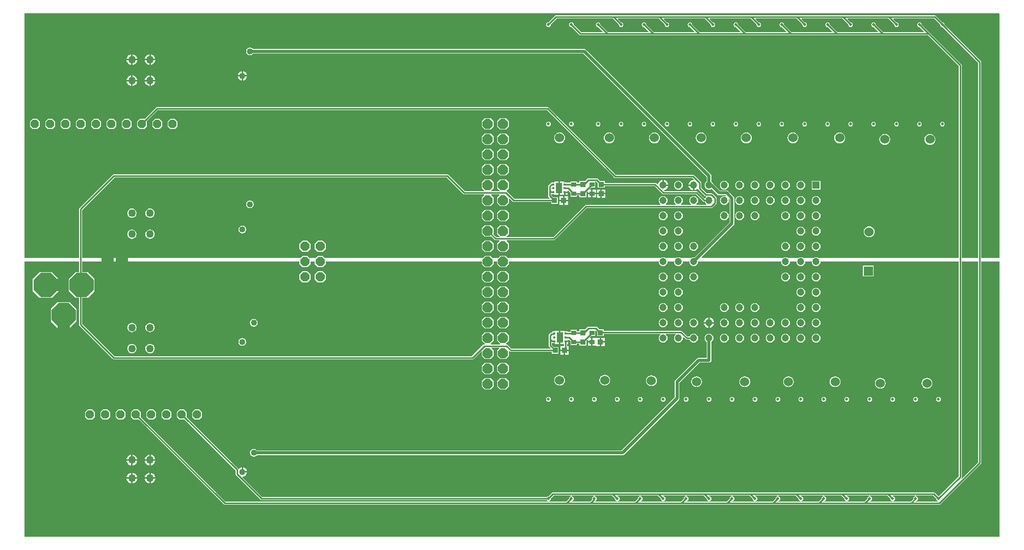
<source format=gbl>
%FSLAX25Y25*%
%MOIN*%
G70*
G01*
G75*
G04 Layer_Physical_Order=4*
G04 Layer_Color=16711680*
%ADD10R,0.33858X0.42126*%
%ADD11R,0.14173X0.04528*%
%ADD12R,0.03661X0.03661*%
%ADD13R,0.03500X0.03400*%
%ADD14R,0.03661X0.03661*%
%ADD15R,0.02200X0.06700*%
%ADD16R,0.02178X0.03937*%
%ADD17R,0.03200X0.03000*%
%ADD18C,0.01000*%
%ADD19C,0.04000*%
%ADD20C,0.02000*%
%ADD21C,0.03937*%
%ADD22C,0.06000*%
%ADD23C,0.04724*%
%ADD24R,0.04724X0.04724*%
%ADD25R,0.06000X0.06000*%
%ADD26P,0.06061X8X112.5*%
%ADD27P,0.06605X8X292.5*%
%ADD28P,0.17046X8X112.5*%
%ADD29C,0.07677*%
%ADD30P,0.17046X8X202.5*%
%ADD31P,0.07144X8X292.5*%
%ADD32C,0.05000*%
%ADD33C,0.02000*%
%ADD34C,0.04000*%
%ADD35R,0.07874X0.08661*%
%ADD36R,0.08661X0.07874*%
%ADD37R,0.03400X0.03500*%
%ADD38R,0.01772X0.01575*%
%ADD39R,0.04409X0.06772*%
G36*
X633485Y-44927D02*
X633471Y-45000D01*
X633587Y-45585D01*
X633919Y-46081D01*
X634415Y-46413D01*
X634766Y-46483D01*
X634717Y-46980D01*
X620283D01*
X620234Y-46483D01*
X620585Y-46413D01*
X621081Y-46081D01*
X621413Y-45585D01*
X621529Y-45000D01*
X621413Y-44415D01*
X621081Y-43919D01*
X620585Y-43587D01*
X620234Y-43517D01*
X620283Y-43020D01*
X631578D01*
X633485Y-44927D01*
D02*
G37*
G36*
X649766Y-43517D02*
X649415Y-43587D01*
X648919Y-43919D01*
X648587Y-44415D01*
X648471Y-45000D01*
X648485Y-45073D01*
X646779Y-46779D01*
X646644Y-46980D01*
X635283D01*
X635234Y-46483D01*
X635585Y-46413D01*
X636081Y-46081D01*
X636413Y-45585D01*
X636529Y-45000D01*
X636413Y-44415D01*
X636081Y-43919D01*
X635585Y-43587D01*
X635234Y-43517D01*
X635283Y-43020D01*
X649717D01*
X649766Y-43517D01*
D02*
G37*
G36*
X619766D02*
X619415Y-43587D01*
X618919Y-43919D01*
X618587Y-44415D01*
X618471Y-45000D01*
X618485Y-45073D01*
X616578Y-46980D01*
X605283D01*
X605234Y-46483D01*
X605585Y-46413D01*
X606081Y-46081D01*
X606413Y-45585D01*
X606529Y-45000D01*
X606413Y-44415D01*
X606081Y-43919D01*
X605585Y-43587D01*
X605234Y-43517D01*
X605283Y-43020D01*
X619717D01*
X619766Y-43517D01*
D02*
G37*
G36*
X589766D02*
X589415Y-43587D01*
X588919Y-43919D01*
X588587Y-44415D01*
X588471Y-45000D01*
X588485Y-45073D01*
X586578Y-46980D01*
X575283D01*
X575234Y-46483D01*
X575585Y-46413D01*
X576081Y-46081D01*
X576413Y-45585D01*
X576529Y-45000D01*
X576413Y-44415D01*
X576081Y-43919D01*
X575585Y-43587D01*
X575234Y-43517D01*
X575283Y-43020D01*
X589717D01*
X589766Y-43517D01*
D02*
G37*
G36*
X603485Y-44927D02*
X603471Y-45000D01*
X603587Y-45585D01*
X603919Y-46081D01*
X604415Y-46413D01*
X604766Y-46483D01*
X604717Y-46980D01*
X590283D01*
X590234Y-46483D01*
X590585Y-46413D01*
X591081Y-46081D01*
X591413Y-45585D01*
X591529Y-45000D01*
X591413Y-44415D01*
X591081Y-43919D01*
X590585Y-43587D01*
X590234Y-43517D01*
X590283Y-43020D01*
X601578D01*
X603485Y-44927D01*
D02*
G37*
G36*
X690909Y-21184D02*
X680346Y-31748D01*
X679960Y-31430D01*
X680076Y-31256D01*
X680153Y-30866D01*
Y110000D01*
X690909D01*
Y-21184D01*
D02*
G37*
G36*
X705000Y272000D02*
Y112500D01*
X692949D01*
Y240571D01*
X692871Y240961D01*
X692650Y241292D01*
X669015Y264927D01*
X669029Y265000D01*
X668913Y265585D01*
X668581Y266081D01*
X668085Y266413D01*
X667500Y266529D01*
X667427Y266515D01*
X663221Y270721D01*
X662890Y270942D01*
X662500Y271020D01*
X415000D01*
X414610Y270942D01*
X414279Y270721D01*
X410073Y266515D01*
X410000Y266529D01*
X409415Y266413D01*
X408919Y266081D01*
X408587Y265585D01*
X408471Y265000D01*
X408587Y264415D01*
X408919Y263919D01*
X409415Y263587D01*
X410000Y263471D01*
X410585Y263587D01*
X411081Y263919D01*
X411413Y264415D01*
X411529Y265000D01*
X411515Y265073D01*
X415422Y268980D01*
X452078D01*
X455985Y265073D01*
X455971Y265000D01*
X456087Y264415D01*
X456419Y263919D01*
X456915Y263587D01*
X457500Y263471D01*
X458085Y263587D01*
X458581Y263919D01*
X458913Y264415D01*
X459029Y265000D01*
X458913Y265585D01*
X458581Y266081D01*
X458085Y266413D01*
X457500Y266529D01*
X457427Y266515D01*
X455423Y268518D01*
X455615Y268980D01*
X482078D01*
X485985Y265073D01*
X485971Y265000D01*
X486087Y264415D01*
X486419Y263919D01*
X486915Y263587D01*
X487500Y263471D01*
X488085Y263587D01*
X488581Y263919D01*
X488913Y264415D01*
X489029Y265000D01*
X488913Y265585D01*
X488581Y266081D01*
X488085Y266413D01*
X487500Y266529D01*
X487427Y266515D01*
X485423Y268518D01*
X485615Y268980D01*
X512078D01*
X515985Y265073D01*
X515971Y265000D01*
X516087Y264415D01*
X516419Y263919D01*
X516915Y263587D01*
X517500Y263471D01*
X518085Y263587D01*
X518581Y263919D01*
X518913Y264415D01*
X519029Y265000D01*
X518913Y265585D01*
X518581Y266081D01*
X518085Y266413D01*
X517500Y266529D01*
X517427Y266515D01*
X515423Y268518D01*
X515615Y268980D01*
X542078D01*
X545985Y265073D01*
X545971Y265000D01*
X546087Y264415D01*
X546419Y263919D01*
X546915Y263587D01*
X547500Y263471D01*
X548085Y263587D01*
X548581Y263919D01*
X548913Y264415D01*
X549029Y265000D01*
X548913Y265585D01*
X548581Y266081D01*
X548085Y266413D01*
X547500Y266529D01*
X547427Y266515D01*
X545423Y268518D01*
X545615Y268980D01*
X572078D01*
X575985Y265073D01*
X575971Y265000D01*
X576087Y264415D01*
X576419Y263919D01*
X576915Y263587D01*
X577500Y263471D01*
X578085Y263587D01*
X578581Y263919D01*
X578913Y264415D01*
X579029Y265000D01*
X578913Y265585D01*
X578581Y266081D01*
X578085Y266413D01*
X577500Y266529D01*
X577427Y266515D01*
X575423Y268518D01*
X575615Y268980D01*
X602078D01*
X605985Y265073D01*
X605971Y265000D01*
X606087Y264415D01*
X606419Y263919D01*
X606915Y263587D01*
X607500Y263471D01*
X608085Y263587D01*
X608581Y263919D01*
X608913Y264415D01*
X609029Y265000D01*
X608913Y265585D01*
X608581Y266081D01*
X608085Y266413D01*
X607500Y266529D01*
X607427Y266515D01*
X605423Y268518D01*
X605615Y268980D01*
X632078D01*
X635985Y265073D01*
X635971Y265000D01*
X636087Y264415D01*
X636419Y263919D01*
X636915Y263587D01*
X637500Y263471D01*
X638085Y263587D01*
X638581Y263919D01*
X638913Y264415D01*
X639029Y265000D01*
X638913Y265585D01*
X638581Y266081D01*
X638085Y266413D01*
X637500Y266529D01*
X637427Y266515D01*
X635423Y268518D01*
X635615Y268980D01*
X662078D01*
X665985Y265073D01*
X665971Y265000D01*
X666087Y264415D01*
X666419Y263919D01*
X666915Y263587D01*
X667500Y263471D01*
X667573Y263485D01*
X690909Y240148D01*
Y112500D01*
X680153D01*
Y238366D01*
X680076Y238756D01*
X679855Y239087D01*
X654015Y264927D01*
X654029Y265000D01*
X653913Y265585D01*
X653581Y266081D01*
X653085Y266413D01*
X652500Y266529D01*
X651915Y266413D01*
X651419Y266081D01*
X651087Y265585D01*
X650971Y265000D01*
X651087Y264415D01*
X651419Y263919D01*
X651915Y263587D01*
X652500Y263471D01*
X652573Y263485D01*
X655577Y260482D01*
X655385Y260020D01*
X628922D01*
X624015Y264927D01*
X624029Y265000D01*
X623913Y265585D01*
X623581Y266081D01*
X623085Y266413D01*
X622500Y266529D01*
X621915Y266413D01*
X621419Y266081D01*
X621087Y265585D01*
X620971Y265000D01*
X621087Y264415D01*
X621419Y263919D01*
X621915Y263587D01*
X622500Y263471D01*
X622573Y263485D01*
X625577Y260482D01*
X625385Y260020D01*
X598922D01*
X594015Y264927D01*
X594029Y265000D01*
X593913Y265585D01*
X593581Y266081D01*
X593085Y266413D01*
X592500Y266529D01*
X591915Y266413D01*
X591419Y266081D01*
X591087Y265585D01*
X590971Y265000D01*
X591087Y264415D01*
X591419Y263919D01*
X591915Y263587D01*
X592500Y263471D01*
X592573Y263485D01*
X595577Y260482D01*
X595385Y260020D01*
X568922D01*
X564015Y264927D01*
X564029Y265000D01*
X563913Y265585D01*
X563581Y266081D01*
X563085Y266413D01*
X562500Y266529D01*
X561915Y266413D01*
X561419Y266081D01*
X561087Y265585D01*
X560971Y265000D01*
X561087Y264415D01*
X561419Y263919D01*
X561915Y263587D01*
X562500Y263471D01*
X562573Y263485D01*
X565577Y260482D01*
X565385Y260020D01*
X538922D01*
X534015Y264927D01*
X534029Y265000D01*
X533913Y265585D01*
X533581Y266081D01*
X533085Y266413D01*
X532500Y266529D01*
X531915Y266413D01*
X531419Y266081D01*
X531087Y265585D01*
X530971Y265000D01*
X531087Y264415D01*
X531419Y263919D01*
X531915Y263587D01*
X532500Y263471D01*
X532573Y263485D01*
X535577Y260482D01*
X535385Y260020D01*
X508922D01*
X504015Y264927D01*
X504029Y265000D01*
X503913Y265585D01*
X503581Y266081D01*
X503085Y266413D01*
X502500Y266529D01*
X501915Y266413D01*
X501419Y266081D01*
X501087Y265585D01*
X500971Y265000D01*
X501087Y264415D01*
X501419Y263919D01*
X501915Y263587D01*
X502500Y263471D01*
X502573Y263485D01*
X505577Y260482D01*
X505385Y260020D01*
X478922D01*
X474015Y264927D01*
X474029Y265000D01*
X473913Y265585D01*
X473581Y266081D01*
X473085Y266413D01*
X472500Y266529D01*
X471915Y266413D01*
X471419Y266081D01*
X471087Y265585D01*
X470971Y265000D01*
X471087Y264415D01*
X471419Y263919D01*
X471915Y263587D01*
X472500Y263471D01*
X472573Y263485D01*
X475577Y260482D01*
X475385Y260020D01*
X448922D01*
X444015Y264927D01*
X444029Y265000D01*
X443913Y265585D01*
X443581Y266081D01*
X443085Y266413D01*
X442500Y266529D01*
X441915Y266413D01*
X441419Y266081D01*
X441087Y265585D01*
X440971Y265000D01*
X441087Y264415D01*
X441419Y263919D01*
X441915Y263587D01*
X442500Y263471D01*
X442573Y263485D01*
X445577Y260482D01*
X445385Y260020D01*
X431422D01*
X426515Y264927D01*
X426529Y265000D01*
X426413Y265585D01*
X426081Y266081D01*
X425585Y266413D01*
X425000Y266529D01*
X424415Y266413D01*
X423919Y266081D01*
X423587Y265585D01*
X423471Y265000D01*
X423587Y264415D01*
X423919Y263919D01*
X424415Y263587D01*
X425000Y263471D01*
X425073Y263485D01*
X430279Y258279D01*
X430610Y258058D01*
X431000Y257980D01*
X658078D01*
X678114Y237944D01*
Y112500D01*
X586444D01*
X586444Y112500D01*
X585747Y112788D01*
X585000Y112887D01*
X584253Y112788D01*
X583557Y112500D01*
X583556Y112500D01*
X576444D01*
X576443Y112500D01*
X575747Y112788D01*
X575000Y112887D01*
X574253Y112788D01*
X573557Y112500D01*
X573556Y112500D01*
X566444D01*
X566443Y112500D01*
X565747Y112788D01*
X565000Y112887D01*
X564253Y112788D01*
X563556Y112500D01*
X563556Y112500D01*
X510316D01*
X510125Y112962D01*
X531081Y133919D01*
X531413Y134415D01*
X531529Y135000D01*
Y151500D01*
X531413Y152085D01*
X531081Y152581D01*
X527581Y156081D01*
X527085Y156413D01*
X526500Y156529D01*
X522133D01*
X517699Y160964D01*
X517500Y161443D01*
X517041Y162041D01*
X516529Y162434D01*
Y166000D01*
X516413Y166585D01*
X516081Y167081D01*
X434581Y248581D01*
X434085Y248913D01*
X433500Y249029D01*
X216985D01*
X216802Y249302D01*
X215975Y249855D01*
X215000Y250049D01*
X214024Y249855D01*
X213198Y249302D01*
X212645Y248476D01*
X212451Y247500D01*
X212645Y246525D01*
X213198Y245698D01*
X214024Y245145D01*
X215000Y244951D01*
X215975Y245145D01*
X216802Y245698D01*
X216985Y245971D01*
X432866D01*
X513471Y165366D01*
Y162434D01*
X512959Y162041D01*
X512500Y161443D01*
X512212Y160747D01*
X512113Y160000D01*
X512212Y159253D01*
X512500Y158556D01*
X512959Y157959D01*
X513556Y157500D01*
X514253Y157211D01*
X515000Y157113D01*
X515747Y157211D01*
X516443Y157500D01*
X516666Y157671D01*
X520419Y153919D01*
X520915Y153587D01*
X521500Y153471D01*
X525867D01*
X526209Y153128D01*
X525931Y152712D01*
X525747Y152788D01*
X525000Y152887D01*
X524253Y152788D01*
X523557Y152500D01*
X522959Y152041D01*
X522500Y151444D01*
X522212Y150747D01*
X522113Y150000D01*
X522212Y149253D01*
X522500Y148556D01*
X522959Y147959D01*
X523557Y147500D01*
X524253Y147212D01*
X525000Y147113D01*
X525747Y147212D01*
X526443Y147500D01*
X527041Y147959D01*
X527500Y148556D01*
X527788Y149253D01*
X527887Y150000D01*
X527788Y150747D01*
X527712Y150931D01*
X528128Y151209D01*
X528471Y150866D01*
Y135634D01*
X505640Y112803D01*
X505000Y112887D01*
X504253Y112788D01*
X503556Y112500D01*
X503556Y112500D01*
X496444D01*
X496444Y112500D01*
X495747Y112788D01*
X495000Y112887D01*
X494253Y112788D01*
X493556Y112500D01*
X493556Y112500D01*
X486444D01*
X486444Y112500D01*
X485747Y112788D01*
X485000Y112887D01*
X484253Y112788D01*
X483557Y112500D01*
X483556Y112500D01*
X383685D01*
X382285Y113900D01*
X378485D01*
X377085Y112500D01*
X373685D01*
X372285Y113900D01*
X368485D01*
X367085Y112500D01*
X263812D01*
X262661Y113651D01*
X259109D01*
X257958Y112500D01*
X253812D01*
X252661Y113651D01*
X249109D01*
X247958Y112500D01*
X105350D01*
Y143908D01*
X126422Y164980D01*
X343578D01*
X354279Y154279D01*
X354610Y154058D01*
X355000Y153980D01*
X367912D01*
X368104Y153518D01*
X366585Y152000D01*
Y148200D01*
X368485Y146300D01*
X372285D01*
X374185Y148200D01*
Y152000D01*
X372667Y153518D01*
X372858Y153980D01*
X377912D01*
X378103Y153518D01*
X376585Y152000D01*
Y148200D01*
X378485Y146300D01*
X382285D01*
X384185Y148200D01*
Y151076D01*
X384647Y151268D01*
X386635Y149279D01*
X386966Y149058D01*
X387356Y148980D01*
X411750D01*
Y147750D01*
X416150D01*
Y152250D01*
X413142D01*
X411992Y153400D01*
Y154114D01*
X413795D01*
Y153614D01*
X416500D01*
Y158000D01*
Y162386D01*
X413795D01*
Y161886D01*
X411973D01*
Y161580D01*
X411919Y161570D01*
X411772Y161540D01*
X411441Y161319D01*
X410252Y160130D01*
X410031Y159799D01*
X409953Y159409D01*
Y156528D01*
Y152978D01*
X410031Y152587D01*
X410252Y152257D01*
X411027Y151481D01*
X410835Y151020D01*
X387779D01*
X383077Y155721D01*
X382747Y155942D01*
X382583Y155974D01*
X382438Y156453D01*
X384185Y158200D01*
Y162000D01*
X382285Y163900D01*
X378485D01*
X376585Y162000D01*
Y158200D01*
X378304Y156482D01*
X378112Y156020D01*
X372658D01*
X372466Y156482D01*
X374185Y158200D01*
Y162000D01*
X372285Y163900D01*
X368485D01*
X366585Y162000D01*
Y158200D01*
X368303Y156482D01*
X368112Y156020D01*
X355422D01*
X344721Y166721D01*
X344390Y166942D01*
X344000Y167020D01*
X126000D01*
X125610Y166942D01*
X125279Y166721D01*
X103610Y145052D01*
X103389Y144721D01*
X103311Y144331D01*
Y112500D01*
X67500D01*
Y272500D01*
X704500D01*
X705000Y272000D01*
D02*
G37*
G36*
Y-70000D02*
X67500D01*
Y110000D01*
X103311D01*
Y103074D01*
X100813D01*
X96626Y98887D01*
Y90513D01*
X100813Y86326D01*
X103311D01*
Y68898D01*
X103389Y68507D01*
X103610Y68177D01*
X125263Y46523D01*
X125594Y46302D01*
X125984Y46224D01*
X360458D01*
X360848Y46302D01*
X361179Y46523D01*
X366123Y51468D01*
X366585Y51276D01*
Y48200D01*
X368485Y46300D01*
X372285D01*
X374185Y48200D01*
Y52000D01*
X372766Y53418D01*
X372958Y53880D01*
X377812D01*
X378004Y53418D01*
X376585Y52000D01*
Y48200D01*
X378485Y46300D01*
X382285D01*
X384185Y48200D01*
Y51276D01*
X384647Y51468D01*
X384835Y51279D01*
X385166Y51058D01*
X385556Y50980D01*
X412250D01*
Y49750D01*
X416650D01*
Y54250D01*
X413642D01*
X412350Y55542D01*
Y56614D01*
X412472D01*
Y56614D01*
X414295D01*
Y56114D01*
X417000D01*
Y60500D01*
Y64886D01*
X414295D01*
Y64386D01*
X412472D01*
Y63807D01*
X412209D01*
X411819Y63729D01*
X411488Y63508D01*
X410610Y62630D01*
X410389Y62299D01*
X410311Y61909D01*
Y59091D01*
Y55119D01*
X410389Y54729D01*
X410610Y54398D01*
X411527Y53482D01*
X411335Y53020D01*
X385979D01*
X383377Y55621D01*
X383047Y55842D01*
X382656Y55920D01*
X382558D01*
X382366Y56381D01*
X384185Y58200D01*
Y62000D01*
X382285Y63900D01*
X378485D01*
X376585Y62000D01*
Y58200D01*
X378403Y56381D01*
X378212Y55920D01*
X372558D01*
X372366Y56381D01*
X374185Y58200D01*
Y62000D01*
X372285Y63900D01*
X368485D01*
X366585Y62000D01*
Y58200D01*
X368404Y56381D01*
X368212Y55920D01*
X368114D01*
X367723Y55842D01*
X367393Y55621D01*
X360035Y48264D01*
X126407D01*
X105350Y69320D01*
Y86326D01*
X109187D01*
X113374Y90513D01*
Y98887D01*
X109187Y103074D01*
X105350D01*
Y110000D01*
X247334D01*
Y108324D01*
X249109Y106549D01*
X252661D01*
X254436Y108324D01*
Y110000D01*
X257334D01*
Y108324D01*
X259109Y106549D01*
X262661D01*
X264436Y108324D01*
Y110000D01*
X366585D01*
Y108200D01*
X368485Y106300D01*
X372285D01*
X374185Y108200D01*
Y110000D01*
X376585D01*
Y108200D01*
X378485Y106300D01*
X382285D01*
X384185Y108200D01*
Y110000D01*
X482113D01*
X482211Y109253D01*
X482500Y108556D01*
X482959Y107959D01*
X483557Y107500D01*
X484253Y107211D01*
X485000Y107113D01*
X485747Y107211D01*
X486444Y107500D01*
X487041Y107959D01*
X487500Y108556D01*
X487788Y109253D01*
X487887Y110000D01*
X492113D01*
X492211Y109253D01*
X492500Y108556D01*
X492959Y107959D01*
X493556Y107500D01*
X494253Y107211D01*
X495000Y107113D01*
X495747Y107211D01*
X496444Y107500D01*
X497041Y107959D01*
X497500Y108556D01*
X497788Y109253D01*
X497887Y110000D01*
X502113D01*
X502212Y109253D01*
X502500Y108556D01*
X502959Y107959D01*
X503556Y107500D01*
X504253Y107211D01*
X505000Y107113D01*
X505747Y107211D01*
X506444Y107500D01*
X507041Y107959D01*
X507500Y108556D01*
X507789Y109253D01*
X507887Y110000D01*
X562113D01*
X562212Y109253D01*
X562500Y108556D01*
X562959Y107959D01*
X563556Y107500D01*
X564253Y107211D01*
X565000Y107113D01*
X565747Y107211D01*
X566443Y107500D01*
X567041Y107959D01*
X567500Y108556D01*
X567789Y109253D01*
X567887Y110000D01*
X572113D01*
X572212Y109253D01*
X572500Y108556D01*
X572959Y107959D01*
X573557Y107500D01*
X574253Y107211D01*
X575000Y107113D01*
X575747Y107211D01*
X576443Y107500D01*
X577041Y107959D01*
X577500Y108556D01*
X577788Y109253D01*
X577887Y110000D01*
X582113D01*
X582211Y109253D01*
X582500Y108556D01*
X582959Y107959D01*
X583557Y107500D01*
X584253Y107211D01*
X585000Y107113D01*
X585747Y107211D01*
X586444Y107500D01*
X587041Y107959D01*
X587500Y108556D01*
X587788Y109253D01*
X587887Y110000D01*
X678114D01*
Y-30444D01*
X665250Y-43308D01*
X664750D01*
X662721Y-41279D01*
X662390Y-41058D01*
X662000Y-40980D01*
X413000D01*
X412610Y-41058D01*
X412279Y-41279D01*
X410073Y-43485D01*
X410000Y-43471D01*
X409415Y-43587D01*
X408919Y-43919D01*
X408877Y-43980D01*
X222973D01*
X209974Y-30982D01*
X210135Y-30508D01*
X210783Y-30423D01*
X211513Y-30121D01*
X212140Y-29640D01*
X212620Y-29013D01*
X212923Y-28283D01*
X212960Y-28000D01*
X210000D01*
Y-27500D01*
X209500D01*
Y-24540D01*
X209217Y-24577D01*
X208487Y-24880D01*
X207860Y-25360D01*
X207804Y-25434D01*
X207304Y-25418D01*
X207221Y-25294D01*
X173581Y8346D01*
X173685Y8450D01*
Y11750D01*
X172035Y13400D01*
X168735D01*
X167085Y11750D01*
Y8450D01*
X168735Y6800D01*
X172035D01*
X172139Y6904D01*
X205480Y-26437D01*
Y-28950D01*
X205558Y-29340D01*
X205779Y-29671D01*
X221829Y-45721D01*
X222160Y-45942D01*
X222550Y-46020D01*
X408877D01*
X408919Y-46081D01*
X409415Y-46413D01*
X409766Y-46483D01*
X409717Y-46980D01*
X198907D01*
X143581Y8346D01*
X143685Y8450D01*
Y11750D01*
X142035Y13400D01*
X138735D01*
X137085Y11750D01*
Y8450D01*
X138735Y6800D01*
X142035D01*
X142139Y6904D01*
X197764Y-48721D01*
X198095Y-48942D01*
X198485Y-49020D01*
X497000D01*
X497250Y-48970D01*
X497500Y-49020D01*
X665535D01*
X665926Y-48942D01*
X666257Y-48721D01*
X692650Y-22327D01*
X692871Y-21997D01*
X692949Y-21606D01*
Y110000D01*
X705000D01*
Y-70000D01*
D02*
G37*
G36*
X663485Y-44927D02*
X663471Y-45000D01*
X663587Y-45585D01*
X663919Y-46081D01*
X664415Y-46413D01*
X664578Y-46446D01*
X664651Y-46518D01*
X664460Y-46980D01*
X650283D01*
X650234Y-46483D01*
X650585Y-46413D01*
X651081Y-46081D01*
X651413Y-45585D01*
X651529Y-45000D01*
X651413Y-44415D01*
X651081Y-43919D01*
X650585Y-43587D01*
X650234Y-43517D01*
X650283Y-43020D01*
X661578D01*
X663485Y-44927D01*
D02*
G37*
G36*
X453485D02*
X453471Y-45000D01*
X453587Y-45585D01*
X453919Y-46081D01*
X454415Y-46413D01*
X454766Y-46483D01*
X454717Y-46980D01*
X440615D01*
X440423Y-46518D01*
D01*
X440585Y-46413D01*
X440585D01*
X441081Y-46081D01*
X441413Y-45585D01*
X441529Y-45000D01*
X441413Y-44415D01*
X441081Y-43919D01*
X440585Y-43587D01*
X440234Y-43517D01*
X440283Y-43020D01*
X451578D01*
X453485Y-44927D01*
D02*
G37*
G36*
X483485D02*
X483471Y-45000D01*
X483587Y-45585D01*
X483919Y-46081D01*
X484415Y-46413D01*
X484766Y-46483D01*
X484717Y-46980D01*
X470283D01*
X470234Y-46483D01*
X470585Y-46413D01*
X471081Y-46081D01*
X471413Y-45585D01*
X471529Y-45000D01*
X471413Y-44415D01*
X471081Y-43919D01*
X470585Y-43587D01*
X470234Y-43517D01*
X470283Y-43020D01*
X481578D01*
X483485Y-44927D01*
D02*
G37*
G36*
X499766Y-43517D02*
X499415Y-43587D01*
X498919Y-43919D01*
X498587Y-44415D01*
X498471Y-45000D01*
X498485Y-45073D01*
X496578Y-46980D01*
X485283D01*
X485234Y-46483D01*
X485585Y-46413D01*
X486081Y-46081D01*
X486413Y-45585D01*
X486529Y-45000D01*
X486413Y-44415D01*
X486081Y-43919D01*
X485585Y-43587D01*
X485234Y-43517D01*
X485283Y-43020D01*
X499717D01*
X499766Y-43517D01*
D02*
G37*
G36*
X469766D02*
X469415Y-43587D01*
X468919Y-43919D01*
X468587Y-44415D01*
X468471Y-45000D01*
X468485Y-45073D01*
X466578Y-46980D01*
X455283D01*
X455234Y-46483D01*
X455585Y-46413D01*
X456081Y-46081D01*
X456413Y-45585D01*
X456529Y-45000D01*
X456413Y-44415D01*
X456081Y-43919D01*
X455585Y-43587D01*
X455234Y-43517D01*
X455283Y-43020D01*
X469717D01*
X469766Y-43517D01*
D02*
G37*
G36*
X424766D02*
X424415Y-43587D01*
X423919Y-43919D01*
X423587Y-44415D01*
X423471Y-45000D01*
X423485Y-45073D01*
X421578Y-46980D01*
X410283D01*
X410234Y-46483D01*
X410585Y-46413D01*
X411081Y-46081D01*
X411413Y-45585D01*
X411529Y-45000D01*
X411515Y-44927D01*
X413422Y-43020D01*
X424717D01*
X424766Y-43517D01*
D02*
G37*
G36*
X439766D02*
X439415Y-43587D01*
X438919Y-43919D01*
X438587Y-44415D01*
X438471Y-45000D01*
X438568Y-45490D01*
X437078Y-46980D01*
X425283D01*
X425234Y-46483D01*
X425585Y-46413D01*
X426081Y-46081D01*
X426413Y-45585D01*
X426529Y-45000D01*
X426413Y-44415D01*
X426081Y-43919D01*
X425585Y-43587D01*
X425234Y-43517D01*
X425283Y-43020D01*
X439717D01*
X439766Y-43517D01*
D02*
G37*
G36*
X573485Y-44927D02*
X573471Y-45000D01*
X573587Y-45585D01*
X573919Y-46081D01*
X574415Y-46413D01*
X574766Y-46483D01*
X574717Y-46980D01*
X560283D01*
X560234Y-46483D01*
X560585Y-46413D01*
X561081Y-46081D01*
X561413Y-45585D01*
X561529Y-45000D01*
X561413Y-44415D01*
X561081Y-43919D01*
X560585Y-43587D01*
X560234Y-43517D01*
X560283Y-43020D01*
X571578D01*
X573485Y-44927D01*
D02*
G37*
G36*
X559766Y-43517D02*
X559415Y-43587D01*
X558919Y-43919D01*
X558587Y-44415D01*
X558471Y-45000D01*
X558485Y-45073D01*
X556578Y-46980D01*
X545283D01*
X545234Y-46483D01*
X545585Y-46413D01*
X546081Y-46081D01*
X546413Y-45585D01*
X546529Y-45000D01*
X546413Y-44415D01*
X546081Y-43919D01*
X545585Y-43587D01*
X545234Y-43517D01*
X545283Y-43020D01*
X559717D01*
X559766Y-43517D01*
D02*
G37*
G36*
X543485Y-44927D02*
X543471Y-45000D01*
X543587Y-45585D01*
X543919Y-46081D01*
X544415Y-46413D01*
X544766Y-46483D01*
X544717Y-46980D01*
X530283D01*
X530234Y-46483D01*
X530585Y-46413D01*
X531081Y-46081D01*
X531413Y-45585D01*
X531529Y-45000D01*
X531413Y-44415D01*
X531081Y-43919D01*
X530585Y-43587D01*
X530234Y-43517D01*
X530283Y-43020D01*
X541578D01*
X543485Y-44927D01*
D02*
G37*
G36*
X513485D02*
X513471Y-45000D01*
X513587Y-45585D01*
X513919Y-46081D01*
X514415Y-46413D01*
X514766Y-46483D01*
X514717Y-46980D01*
X500283D01*
X500234Y-46483D01*
X500585Y-46413D01*
X501081Y-46081D01*
X501413Y-45585D01*
X501529Y-45000D01*
X501413Y-44415D01*
X501081Y-43919D01*
X500585Y-43587D01*
X500234Y-43517D01*
X500283Y-43020D01*
X511578D01*
X513485Y-44927D01*
D02*
G37*
G36*
X529766Y-43517D02*
X529415Y-43587D01*
X528919Y-43919D01*
X528587Y-44415D01*
X528471Y-45000D01*
X528485Y-45073D01*
X526578Y-46980D01*
X515283D01*
X515234Y-46483D01*
X515585Y-46413D01*
X516081Y-46081D01*
X516413Y-45585D01*
X516529Y-45000D01*
X516413Y-44415D01*
X516081Y-43919D01*
X515585Y-43587D01*
X515234Y-43517D01*
X515283Y-43020D01*
X529717D01*
X529766Y-43517D01*
D02*
G37*
%LPC*%
G36*
X372285Y73900D02*
X368485D01*
X366585Y72000D01*
Y68200D01*
X368485Y66300D01*
X372285D01*
X374185Y68200D01*
Y72000D01*
X372285Y73900D01*
D02*
G37*
G36*
X382285D02*
X378485D01*
X376585Y72000D01*
Y68200D01*
X378485Y66300D01*
X382285D01*
X384185Y68200D01*
Y72000D01*
X382285Y73900D01*
D02*
G37*
G36*
X137795Y69955D02*
X137012Y69852D01*
X136282Y69550D01*
X135656Y69069D01*
X135175Y68442D01*
X134872Y67712D01*
X134769Y66929D01*
X134872Y66146D01*
X135175Y65416D01*
X135656Y64789D01*
X136282Y64309D01*
X137012Y64006D01*
X137795Y63903D01*
X138578Y64006D01*
X139308Y64309D01*
X139935Y64789D01*
X140416Y65416D01*
X140718Y66146D01*
X140821Y66929D01*
X140718Y67712D01*
X140416Y68442D01*
X139935Y69069D01*
X139308Y69550D01*
X138578Y69852D01*
X137795Y69955D01*
D02*
G37*
G36*
X441454Y60150D02*
Y60150D01*
X441250Y60150D01*
X441100Y59950D01*
X440896Y59950D01*
X440896Y59950D01*
Y59950D01*
X439000D01*
Y57450D01*
Y54950D01*
X440896D01*
X440896Y54950D01*
Y54950D01*
X441100Y54950D01*
X441250Y54750D01*
X441454Y54750D01*
X441454Y54750D01*
Y54750D01*
X443500D01*
Y57450D01*
Y60150D01*
X441454D01*
X441454Y60150D01*
D02*
G37*
G36*
X441050Y67570D02*
X436279D01*
X435888Y67492D01*
X435558Y67271D01*
X434070Y65784D01*
X430169D01*
Y64570D01*
X428600D01*
Y65550D01*
X424400D01*
Y64118D01*
X422528D01*
Y64386D01*
X420705D01*
Y64886D01*
X418000D01*
Y60500D01*
Y56114D01*
X419256D01*
Y56114D01*
X420122D01*
Y54750D01*
X417850D01*
Y52500D01*
X423250D01*
Y54750D01*
X422161D01*
Y56114D01*
X423028D01*
Y57402D01*
X421142D01*
Y58402D01*
X423028D01*
Y58827D01*
X423490Y59018D01*
X424400Y58108D01*
Y55450D01*
X428600D01*
Y56430D01*
X430169D01*
Y55216D01*
X434831D01*
Y58439D01*
X435438Y59046D01*
X435900Y58855D01*
Y57950D01*
X438000D01*
Y59950D01*
X436995D01*
X436804Y60412D01*
X437942Y61550D01*
X440600D01*
Y64905D01*
X441062Y65096D01*
X441750Y64408D01*
Y61350D01*
X446250D01*
Y62843D01*
X483225D01*
X483386Y62369D01*
X482959Y62041D01*
X482500Y61443D01*
X482211Y60747D01*
X482113Y60000D01*
X482211Y59253D01*
X482500Y58557D01*
X482959Y57959D01*
X483557Y57500D01*
X484253Y57212D01*
X485000Y57113D01*
X485747Y57212D01*
X486444Y57500D01*
X487041Y57959D01*
X487500Y58557D01*
X487788Y59253D01*
X487887Y60000D01*
X487788Y60747D01*
X487500Y61443D01*
X487041Y62041D01*
X486614Y62369D01*
X486775Y62843D01*
X493225D01*
X493386Y62369D01*
X492959Y62041D01*
X492500Y61443D01*
X492211Y60747D01*
X492113Y60000D01*
X492211Y59253D01*
X492500Y58557D01*
X492959Y57959D01*
X493556Y57500D01*
X494253Y57212D01*
X495000Y57113D01*
X495747Y57212D01*
X496444Y57500D01*
X497041Y57959D01*
X497500Y58557D01*
X497788Y59253D01*
X497887Y60000D01*
X497817Y60534D01*
X498265Y60755D01*
X499741Y59279D01*
X500072Y59058D01*
X500462Y58980D01*
X502324D01*
X502500Y58557D01*
X502959Y57959D01*
X503556Y57500D01*
X504253Y57212D01*
X505000Y57113D01*
X505747Y57212D01*
X506444Y57500D01*
X507041Y57959D01*
X507500Y58557D01*
X507789Y59253D01*
X507887Y60000D01*
X507789Y60747D01*
X507500Y61443D01*
X507041Y62041D01*
X506444Y62500D01*
X505747Y62788D01*
X505000Y62887D01*
X504253Y62788D01*
X503556Y62500D01*
X502959Y62041D01*
X502500Y61443D01*
X502324Y61020D01*
X500884D01*
X497321Y64583D01*
X496990Y64804D01*
X496600Y64882D01*
X446250D01*
Y65750D01*
X443292D01*
X441771Y67271D01*
X441440Y67492D01*
X441050Y67570D01*
D02*
G37*
G36*
X149606Y69955D02*
X148823Y69852D01*
X148093Y69550D01*
X147467Y69069D01*
X146986Y68442D01*
X146684Y67712D01*
X146580Y66929D01*
X146684Y66146D01*
X146986Y65416D01*
X147467Y64789D01*
X148093Y64309D01*
X148823Y64006D01*
X149606Y63903D01*
X150390Y64006D01*
X151119Y64309D01*
X151746Y64789D01*
X152227Y65416D01*
X152529Y66146D01*
X152632Y66929D01*
X152529Y67712D01*
X152227Y68442D01*
X151746Y69069D01*
X151119Y69550D01*
X150390Y69852D01*
X149606Y69955D01*
D02*
G37*
G36*
X495000Y72887D02*
X494253Y72789D01*
X493556Y72500D01*
X492959Y72041D01*
X492500Y71443D01*
X492211Y70747D01*
X492113Y70000D01*
X492211Y69253D01*
X492500Y68557D01*
X492959Y67959D01*
X493556Y67500D01*
X494253Y67212D01*
X495000Y67113D01*
X495747Y67212D01*
X496444Y67500D01*
X497041Y67959D01*
X497500Y68557D01*
X497788Y69253D01*
X497887Y70000D01*
X497788Y70747D01*
X497500Y71443D01*
X497041Y72041D01*
X496444Y72500D01*
X495747Y72789D01*
X495000Y72887D01*
D02*
G37*
G36*
X505000D02*
X504253Y72789D01*
X503556Y72500D01*
X502959Y72041D01*
X502500Y71443D01*
X502212Y70747D01*
X502113Y70000D01*
X502212Y69253D01*
X502500Y68557D01*
X502959Y67959D01*
X503556Y67500D01*
X504253Y67212D01*
X505000Y67113D01*
X505747Y67212D01*
X506444Y67500D01*
X507041Y67959D01*
X507500Y68557D01*
X507789Y69253D01*
X507887Y70000D01*
X507789Y70747D01*
X507500Y71443D01*
X507041Y72041D01*
X506444Y72500D01*
X505747Y72789D01*
X505000Y72887D01*
D02*
G37*
G36*
X525000D02*
X524253Y72789D01*
X523557Y72500D01*
X522959Y72041D01*
X522500Y71443D01*
X522212Y70747D01*
X522113Y70000D01*
X522212Y69253D01*
X522500Y68557D01*
X522959Y67959D01*
X523557Y67500D01*
X524253Y67212D01*
X525000Y67113D01*
X525747Y67212D01*
X526443Y67500D01*
X527041Y67959D01*
X527500Y68557D01*
X527788Y69253D01*
X527887Y70000D01*
X527788Y70747D01*
X527500Y71443D01*
X527041Y72041D01*
X526443Y72500D01*
X525747Y72789D01*
X525000Y72887D01*
D02*
G37*
G36*
X485000D02*
X484253Y72789D01*
X483557Y72500D01*
X482959Y72041D01*
X482500Y71443D01*
X482211Y70747D01*
X482113Y70000D01*
X482211Y69253D01*
X482500Y68557D01*
X482959Y67959D01*
X483557Y67500D01*
X484253Y67212D01*
X485000Y67113D01*
X485747Y67212D01*
X486444Y67500D01*
X487041Y67959D01*
X487500Y68557D01*
X487788Y69253D01*
X487887Y70000D01*
X487788Y70747D01*
X487500Y71443D01*
X487041Y72041D01*
X486444Y72500D01*
X485747Y72789D01*
X485000Y72887D01*
D02*
G37*
G36*
X97387Y83374D02*
X89013D01*
X84826Y79187D01*
Y70813D01*
X89013Y66626D01*
X97387D01*
X101574Y70813D01*
Y79187D01*
X97387Y83374D01*
D02*
G37*
G36*
X514500Y69500D02*
X511675D01*
X511724Y69122D01*
X512063Y68304D01*
X512602Y67602D01*
X513304Y67063D01*
X514122Y66724D01*
X514500Y66675D01*
Y69500D01*
D02*
G37*
G36*
X518325D02*
X515500D01*
Y66675D01*
X515878Y66724D01*
X516696Y67063D01*
X517398Y67602D01*
X517937Y68304D01*
X518276Y69122D01*
X518325Y69500D01*
D02*
G37*
G36*
X446750Y60150D02*
X444500D01*
Y57950D01*
X446750D01*
Y60150D01*
D02*
G37*
G36*
Y56950D02*
X444500D01*
Y54750D01*
X446750D01*
Y56950D01*
D02*
G37*
G36*
X438000D02*
X435900D01*
Y54950D01*
X438000D01*
Y56950D01*
D02*
G37*
G36*
X210000Y60049D02*
X209025Y59855D01*
X208198Y59302D01*
X207645Y58476D01*
X207451Y57500D01*
X207645Y56524D01*
X208198Y55698D01*
X209025Y55145D01*
X210000Y54951D01*
X210976Y55145D01*
X211802Y55698D01*
X212355Y56524D01*
X212549Y57500D01*
X212355Y58476D01*
X211802Y59302D01*
X210976Y59855D01*
X210000Y60049D01*
D02*
G37*
G36*
X423250Y51500D02*
X421050D01*
Y49250D01*
X423250D01*
Y51500D01*
D02*
G37*
G36*
X137795Y56176D02*
X137012Y56072D01*
X136282Y55770D01*
X135656Y55289D01*
X135175Y54663D01*
X134872Y53933D01*
X134769Y53150D01*
X134872Y52366D01*
X135175Y51637D01*
X135656Y51010D01*
X136282Y50529D01*
X137012Y50227D01*
X137795Y50124D01*
X138578Y50227D01*
X139308Y50529D01*
X139935Y51010D01*
X140416Y51637D01*
X140718Y52366D01*
X140821Y53150D01*
X140718Y53933D01*
X140416Y54663D01*
X139935Y55289D01*
X139308Y55770D01*
X138578Y56072D01*
X137795Y56176D01*
D02*
G37*
G36*
X149606D02*
X148823Y56072D01*
X148093Y55770D01*
X147467Y55289D01*
X146986Y54663D01*
X146684Y53933D01*
X146580Y53150D01*
X146684Y52366D01*
X146986Y51637D01*
X147467Y51010D01*
X148093Y50529D01*
X148823Y50227D01*
X149606Y50124D01*
X150390Y50227D01*
X151119Y50529D01*
X151746Y51010D01*
X152227Y51637D01*
X152529Y52366D01*
X152632Y53150D01*
X152529Y53933D01*
X152227Y54663D01*
X151746Y55289D01*
X151119Y55770D01*
X150390Y56072D01*
X149606Y56176D01*
D02*
G37*
G36*
X525000Y62887D02*
X524253Y62788D01*
X523557Y62500D01*
X522959Y62041D01*
X522500Y61443D01*
X522212Y60747D01*
X522113Y60000D01*
X522212Y59253D01*
X522500Y58557D01*
X522959Y57959D01*
X523557Y57500D01*
X524253Y57212D01*
X525000Y57113D01*
X525747Y57212D01*
X526443Y57500D01*
X527041Y57959D01*
X527500Y58557D01*
X527788Y59253D01*
X527887Y60000D01*
X527788Y60747D01*
X527500Y61443D01*
X527041Y62041D01*
X526443Y62500D01*
X525747Y62788D01*
X525000Y62887D01*
D02*
G37*
G36*
X565000D02*
X564253Y62788D01*
X563556Y62500D01*
X562959Y62041D01*
X562500Y61443D01*
X562212Y60747D01*
X562113Y60000D01*
X562212Y59253D01*
X562500Y58557D01*
X562959Y57959D01*
X563556Y57500D01*
X564253Y57212D01*
X565000Y57113D01*
X565747Y57212D01*
X566443Y57500D01*
X567041Y57959D01*
X567500Y58557D01*
X567789Y59253D01*
X567887Y60000D01*
X567789Y60747D01*
X567500Y61443D01*
X567041Y62041D01*
X566443Y62500D01*
X565747Y62788D01*
X565000Y62887D01*
D02*
G37*
G36*
X575000D02*
X574253Y62788D01*
X573557Y62500D01*
X572959Y62041D01*
X572500Y61443D01*
X572212Y60747D01*
X572113Y60000D01*
X572212Y59253D01*
X572500Y58557D01*
X572959Y57959D01*
X573557Y57500D01*
X574253Y57212D01*
X575000Y57113D01*
X575747Y57212D01*
X576443Y57500D01*
X577041Y57959D01*
X577500Y58557D01*
X577788Y59253D01*
X577887Y60000D01*
X577788Y60747D01*
X577500Y61443D01*
X577041Y62041D01*
X576443Y62500D01*
X575747Y62788D01*
X575000Y62887D01*
D02*
G37*
G36*
X585000D02*
X584253Y62788D01*
X583557Y62500D01*
X582959Y62041D01*
X582500Y61443D01*
X582211Y60747D01*
X582113Y60000D01*
X582211Y59253D01*
X582500Y58557D01*
X582959Y57959D01*
X583557Y57500D01*
X584253Y57212D01*
X585000Y57113D01*
X585747Y57212D01*
X586444Y57500D01*
X587041Y57959D01*
X587500Y58557D01*
X587788Y59253D01*
X587887Y60000D01*
X587788Y60747D01*
X587500Y61443D01*
X587041Y62041D01*
X586444Y62500D01*
X585747Y62788D01*
X585000Y62887D01*
D02*
G37*
G36*
X535000D02*
X534253Y62788D01*
X533557Y62500D01*
X532959Y62041D01*
X532500Y61443D01*
X532211Y60747D01*
X532113Y60000D01*
X532211Y59253D01*
X532500Y58557D01*
X532959Y57959D01*
X533557Y57500D01*
X534253Y57212D01*
X535000Y57113D01*
X535747Y57212D01*
X536444Y57500D01*
X537041Y57959D01*
X537500Y58557D01*
X537788Y59253D01*
X537887Y60000D01*
X537788Y60747D01*
X537500Y61443D01*
X537041Y62041D01*
X536444Y62500D01*
X535747Y62788D01*
X535000Y62887D01*
D02*
G37*
G36*
X545000D02*
X544253Y62788D01*
X543556Y62500D01*
X542959Y62041D01*
X542500Y61443D01*
X542211Y60747D01*
X542113Y60000D01*
X542211Y59253D01*
X542500Y58557D01*
X542959Y57959D01*
X543556Y57500D01*
X544253Y57212D01*
X545000Y57113D01*
X545747Y57212D01*
X546444Y57500D01*
X547041Y57959D01*
X547500Y58557D01*
X547788Y59253D01*
X547887Y60000D01*
X547788Y60747D01*
X547500Y61443D01*
X547041Y62041D01*
X546444Y62500D01*
X545747Y62788D01*
X545000Y62887D01*
D02*
G37*
G36*
X555000D02*
X554253Y62788D01*
X553556Y62500D01*
X552959Y62041D01*
X552500Y61443D01*
X552212Y60747D01*
X552113Y60000D01*
X552212Y59253D01*
X552500Y58557D01*
X552959Y57959D01*
X553556Y57500D01*
X554253Y57212D01*
X555000Y57113D01*
X555747Y57212D01*
X556444Y57500D01*
X557041Y57959D01*
X557500Y58557D01*
X557789Y59253D01*
X557887Y60000D01*
X557789Y60747D01*
X557500Y61443D01*
X557041Y62041D01*
X556444Y62500D01*
X555747Y62788D01*
X555000Y62887D01*
D02*
G37*
G36*
X535000Y72887D02*
X534253Y72789D01*
X533557Y72500D01*
X532959Y72041D01*
X532500Y71443D01*
X532211Y70747D01*
X532113Y70000D01*
X532211Y69253D01*
X532500Y68557D01*
X532959Y67959D01*
X533557Y67500D01*
X534253Y67212D01*
X535000Y67113D01*
X535747Y67212D01*
X536444Y67500D01*
X537041Y67959D01*
X537500Y68557D01*
X537788Y69253D01*
X537887Y70000D01*
X537788Y70747D01*
X537500Y71443D01*
X537041Y72041D01*
X536444Y72500D01*
X535747Y72789D01*
X535000Y72887D01*
D02*
G37*
G36*
X372285Y93900D02*
X368485D01*
X366585Y92000D01*
Y88200D01*
X368485Y86300D01*
X372285D01*
X374185Y88200D01*
Y92000D01*
X372285Y93900D01*
D02*
G37*
G36*
X382285D02*
X378485D01*
X376585Y92000D01*
Y88200D01*
X378485Y86300D01*
X382285D01*
X384185Y88200D01*
Y92000D01*
X382285Y93900D01*
D02*
G37*
G36*
X85587Y103074D02*
X77213D01*
X73026Y98887D01*
Y90513D01*
X77213Y86326D01*
X85587D01*
X89774Y90513D01*
Y98887D01*
X85587Y103074D01*
D02*
G37*
G36*
X545000Y82887D02*
X544253Y82788D01*
X543556Y82500D01*
X542959Y82041D01*
X542500Y81443D01*
X542211Y80747D01*
X542113Y80000D01*
X542211Y79253D01*
X542500Y78557D01*
X542959Y77959D01*
X543556Y77500D01*
X544253Y77211D01*
X545000Y77113D01*
X545747Y77211D01*
X546444Y77500D01*
X547041Y77959D01*
X547500Y78557D01*
X547788Y79253D01*
X547887Y80000D01*
X547788Y80747D01*
X547500Y81443D01*
X547041Y82041D01*
X546444Y82500D01*
X545747Y82788D01*
X545000Y82887D01*
D02*
G37*
G36*
X575000D02*
X574253Y82788D01*
X573557Y82500D01*
X572959Y82041D01*
X572500Y81443D01*
X572212Y80747D01*
X572113Y80000D01*
X572212Y79253D01*
X572500Y78557D01*
X572959Y77959D01*
X573557Y77500D01*
X574253Y77211D01*
X575000Y77113D01*
X575747Y77211D01*
X576443Y77500D01*
X577041Y77959D01*
X577500Y78557D01*
X577788Y79253D01*
X577887Y80000D01*
X577788Y80747D01*
X577500Y81443D01*
X577041Y82041D01*
X576443Y82500D01*
X575747Y82788D01*
X575000Y82887D01*
D02*
G37*
G36*
X585000D02*
X584253Y82788D01*
X583557Y82500D01*
X582959Y82041D01*
X582500Y81443D01*
X582211Y80747D01*
X582113Y80000D01*
X582211Y79253D01*
X582500Y78557D01*
X582959Y77959D01*
X583557Y77500D01*
X584253Y77211D01*
X585000Y77113D01*
X585747Y77211D01*
X586444Y77500D01*
X587041Y77959D01*
X587500Y78557D01*
X587788Y79253D01*
X587887Y80000D01*
X587788Y80747D01*
X587500Y81443D01*
X587041Y82041D01*
X586444Y82500D01*
X585747Y82788D01*
X585000Y82887D01*
D02*
G37*
G36*
X485000Y92887D02*
X484253Y92788D01*
X483557Y92500D01*
X482959Y92041D01*
X482500Y91443D01*
X482211Y90747D01*
X482113Y90000D01*
X482211Y89253D01*
X482500Y88557D01*
X482959Y87959D01*
X483557Y87500D01*
X484253Y87212D01*
X485000Y87113D01*
X485747Y87212D01*
X486444Y87500D01*
X487041Y87959D01*
X487500Y88557D01*
X487788Y89253D01*
X487887Y90000D01*
X487788Y90747D01*
X487500Y91443D01*
X487041Y92041D01*
X486444Y92500D01*
X485747Y92788D01*
X485000Y92887D01*
D02*
G37*
G36*
X372285Y103900D02*
X368485D01*
X366585Y102000D01*
Y98200D01*
X368485Y96300D01*
X372285D01*
X374185Y98200D01*
Y102000D01*
X372285Y103900D01*
D02*
G37*
G36*
X382285D02*
X378485D01*
X376585Y102000D01*
Y98200D01*
X378485Y96300D01*
X382285D01*
X384185Y98200D01*
Y102000D01*
X382285Y103900D01*
D02*
G37*
G36*
X252661Y103651D02*
X249109D01*
X247334Y101876D01*
Y98324D01*
X249109Y96549D01*
X252661D01*
X254436Y98324D01*
Y101876D01*
X252661Y103651D01*
D02*
G37*
G36*
X495000Y92887D02*
X494253Y92788D01*
X493556Y92500D01*
X492959Y92041D01*
X492500Y91443D01*
X492211Y90747D01*
X492113Y90000D01*
X492211Y89253D01*
X492500Y88557D01*
X492959Y87959D01*
X493556Y87500D01*
X494253Y87212D01*
X495000Y87113D01*
X495747Y87212D01*
X496444Y87500D01*
X497041Y87959D01*
X497500Y88557D01*
X497788Y89253D01*
X497887Y90000D01*
X497788Y90747D01*
X497500Y91443D01*
X497041Y92041D01*
X496444Y92500D01*
X495747Y92788D01*
X495000Y92887D01*
D02*
G37*
G36*
X575000D02*
X574253Y92788D01*
X573557Y92500D01*
X572959Y92041D01*
X572500Y91443D01*
X572212Y90747D01*
X572113Y90000D01*
X572212Y89253D01*
X572500Y88557D01*
X572959Y87959D01*
X573557Y87500D01*
X574253Y87212D01*
X575000Y87113D01*
X575747Y87212D01*
X576443Y87500D01*
X577041Y87959D01*
X577500Y88557D01*
X577788Y89253D01*
X577887Y90000D01*
X577788Y90747D01*
X577500Y91443D01*
X577041Y92041D01*
X576443Y92500D01*
X575747Y92788D01*
X575000Y92887D01*
D02*
G37*
G36*
X585000D02*
X584253Y92788D01*
X583557Y92500D01*
X582959Y92041D01*
X582500Y91443D01*
X582211Y90747D01*
X582113Y90000D01*
X582211Y89253D01*
X582500Y88557D01*
X582959Y87959D01*
X583557Y87500D01*
X584253Y87212D01*
X585000Y87113D01*
X585747Y87212D01*
X586444Y87500D01*
X587041Y87959D01*
X587500Y88557D01*
X587788Y89253D01*
X587887Y90000D01*
X587788Y90747D01*
X587500Y91443D01*
X587041Y92041D01*
X586444Y92500D01*
X585747Y92788D01*
X585000Y92887D01*
D02*
G37*
G36*
X535000Y82887D02*
X534253Y82788D01*
X533557Y82500D01*
X532959Y82041D01*
X532500Y81443D01*
X532211Y80747D01*
X532113Y80000D01*
X532211Y79253D01*
X532500Y78557D01*
X532959Y77959D01*
X533557Y77500D01*
X534253Y77211D01*
X535000Y77113D01*
X535747Y77211D01*
X536444Y77500D01*
X537041Y77959D01*
X537500Y78557D01*
X537788Y79253D01*
X537887Y80000D01*
X537788Y80747D01*
X537500Y81443D01*
X537041Y82041D01*
X536444Y82500D01*
X535747Y82788D01*
X535000Y82887D01*
D02*
G37*
G36*
X575000Y72887D02*
X574253Y72789D01*
X573557Y72500D01*
X572959Y72041D01*
X572500Y71443D01*
X572212Y70747D01*
X572113Y70000D01*
X572212Y69253D01*
X572500Y68557D01*
X572959Y67959D01*
X573557Y67500D01*
X574253Y67212D01*
X575000Y67113D01*
X575747Y67212D01*
X576443Y67500D01*
X577041Y67959D01*
X577500Y68557D01*
X577788Y69253D01*
X577887Y70000D01*
X577788Y70747D01*
X577500Y71443D01*
X577041Y72041D01*
X576443Y72500D01*
X575747Y72789D01*
X575000Y72887D01*
D02*
G37*
G36*
X585000D02*
X584253Y72789D01*
X583557Y72500D01*
X582959Y72041D01*
X582500Y71443D01*
X582211Y70747D01*
X582113Y70000D01*
X582211Y69253D01*
X582500Y68557D01*
X582959Y67959D01*
X583557Y67500D01*
X584253Y67212D01*
X585000Y67113D01*
X585747Y67212D01*
X586444Y67500D01*
X587041Y67959D01*
X587500Y68557D01*
X587788Y69253D01*
X587887Y70000D01*
X587788Y70747D01*
X587500Y71443D01*
X587041Y72041D01*
X586444Y72500D01*
X585747Y72789D01*
X585000Y72887D01*
D02*
G37*
G36*
X217500Y72549D02*
X216525Y72355D01*
X215698Y71802D01*
X215145Y70976D01*
X214951Y70000D01*
X215145Y69024D01*
X215698Y68198D01*
X216525Y67645D01*
X217500Y67451D01*
X218476Y67645D01*
X219302Y68198D01*
X219855Y69024D01*
X220049Y70000D01*
X219855Y70976D01*
X219302Y71802D01*
X218476Y72355D01*
X217500Y72549D01*
D02*
G37*
G36*
X545000Y72887D02*
X544253Y72789D01*
X543556Y72500D01*
X542959Y72041D01*
X542500Y71443D01*
X542211Y70747D01*
X542113Y70000D01*
X542211Y69253D01*
X542500Y68557D01*
X542959Y67959D01*
X543556Y67500D01*
X544253Y67212D01*
X545000Y67113D01*
X545747Y67212D01*
X546444Y67500D01*
X547041Y67959D01*
X547500Y68557D01*
X547788Y69253D01*
X547887Y70000D01*
X547788Y70747D01*
X547500Y71443D01*
X547041Y72041D01*
X546444Y72500D01*
X545747Y72789D01*
X545000Y72887D01*
D02*
G37*
G36*
X555000D02*
X554253Y72789D01*
X553556Y72500D01*
X552959Y72041D01*
X552500Y71443D01*
X552212Y70747D01*
X552113Y70000D01*
X552212Y69253D01*
X552500Y68557D01*
X552959Y67959D01*
X553556Y67500D01*
X554253Y67212D01*
X555000Y67113D01*
X555747Y67212D01*
X556444Y67500D01*
X557041Y67959D01*
X557500Y68557D01*
X557789Y69253D01*
X557887Y70000D01*
X557789Y70747D01*
X557500Y71443D01*
X557041Y72041D01*
X556444Y72500D01*
X555747Y72789D01*
X555000Y72887D01*
D02*
G37*
G36*
X565000D02*
X564253Y72789D01*
X563556Y72500D01*
X562959Y72041D01*
X562500Y71443D01*
X562212Y70747D01*
X562113Y70000D01*
X562212Y69253D01*
X562500Y68557D01*
X562959Y67959D01*
X563556Y67500D01*
X564253Y67212D01*
X565000Y67113D01*
X565747Y67212D01*
X566443Y67500D01*
X567041Y67959D01*
X567500Y68557D01*
X567789Y69253D01*
X567887Y70000D01*
X567789Y70747D01*
X567500Y71443D01*
X567041Y72041D01*
X566443Y72500D01*
X565747Y72789D01*
X565000Y72887D01*
D02*
G37*
G36*
X514500Y73325D02*
X514122Y73276D01*
X513304Y72937D01*
X512602Y72398D01*
X512063Y71696D01*
X511724Y70878D01*
X511675Y70500D01*
X514500D01*
Y73325D01*
D02*
G37*
G36*
X485000Y82887D02*
X484253Y82788D01*
X483557Y82500D01*
X482959Y82041D01*
X482500Y81443D01*
X482211Y80747D01*
X482113Y80000D01*
X482211Y79253D01*
X482500Y78557D01*
X482959Y77959D01*
X483557Y77500D01*
X484253Y77211D01*
X485000Y77113D01*
X485747Y77211D01*
X486444Y77500D01*
X487041Y77959D01*
X487500Y78557D01*
X487788Y79253D01*
X487887Y80000D01*
X487788Y80747D01*
X487500Y81443D01*
X487041Y82041D01*
X486444Y82500D01*
X485747Y82788D01*
X485000Y82887D01*
D02*
G37*
G36*
X495000D02*
X494253Y82788D01*
X493556Y82500D01*
X492959Y82041D01*
X492500Y81443D01*
X492211Y80747D01*
X492113Y80000D01*
X492211Y79253D01*
X492500Y78557D01*
X492959Y77959D01*
X493556Y77500D01*
X494253Y77211D01*
X495000Y77113D01*
X495747Y77211D01*
X496444Y77500D01*
X497041Y77959D01*
X497500Y78557D01*
X497788Y79253D01*
X497887Y80000D01*
X497788Y80747D01*
X497500Y81443D01*
X497041Y82041D01*
X496444Y82500D01*
X495747Y82788D01*
X495000Y82887D01*
D02*
G37*
G36*
X525000D02*
X524253Y82788D01*
X523557Y82500D01*
X522959Y82041D01*
X522500Y81443D01*
X522212Y80747D01*
X522113Y80000D01*
X522212Y79253D01*
X522500Y78557D01*
X522959Y77959D01*
X523557Y77500D01*
X524253Y77211D01*
X525000Y77113D01*
X525747Y77211D01*
X526443Y77500D01*
X527041Y77959D01*
X527500Y78557D01*
X527788Y79253D01*
X527887Y80000D01*
X527788Y80747D01*
X527500Y81443D01*
X527041Y82041D01*
X526443Y82500D01*
X525747Y82788D01*
X525000Y82887D01*
D02*
G37*
G36*
X515500Y73325D02*
Y70500D01*
X518325D01*
X518276Y70878D01*
X517937Y71696D01*
X517398Y72398D01*
X516696Y72937D01*
X515878Y73276D01*
X515500Y73325D01*
D02*
G37*
G36*
X372285Y83900D02*
X368485D01*
X366585Y82000D01*
Y78200D01*
X368485Y76300D01*
X372285D01*
X374185Y78200D01*
Y82000D01*
X372285Y83900D01*
D02*
G37*
G36*
X382285D02*
X378485D01*
X376585Y82000D01*
Y78200D01*
X378485Y76300D01*
X382285D01*
X384185Y78200D01*
Y82000D01*
X382285Y83900D01*
D02*
G37*
G36*
X112035Y13400D02*
X108735D01*
X107085Y11750D01*
Y8450D01*
X108735Y6800D01*
X112035D01*
X113685Y8450D01*
Y11750D01*
X112035Y13400D01*
D02*
G37*
G36*
X122035D02*
X118735D01*
X117085Y11750D01*
Y8450D01*
X118735Y6800D01*
X122035D01*
X123685Y8450D01*
Y11750D01*
X122035Y13400D01*
D02*
G37*
G36*
X132035D02*
X128735D01*
X127085Y11750D01*
Y8450D01*
X128735Y6800D01*
X132035D01*
X133685Y8450D01*
Y11750D01*
X132035Y13400D01*
D02*
G37*
G36*
X515000Y62887D02*
X514253Y62788D01*
X513556Y62500D01*
X512959Y62041D01*
X512500Y61443D01*
X512212Y60747D01*
X512113Y60000D01*
X512212Y59253D01*
X512500Y58557D01*
X512959Y57959D01*
X513471Y57566D01*
Y47041D01*
X508110D01*
X507525Y46925D01*
X507029Y46593D01*
X493013Y32577D01*
X492682Y32081D01*
X492565Y31496D01*
Y21303D01*
X457792Y-13471D01*
X219485D01*
X219302Y-13198D01*
X218476Y-12645D01*
X217500Y-12451D01*
X216525Y-12645D01*
X215698Y-13198D01*
X215145Y-14025D01*
X214951Y-15000D01*
X215145Y-15976D01*
X215698Y-16802D01*
X216525Y-17355D01*
X217500Y-17549D01*
X218476Y-17355D01*
X219302Y-16802D01*
X219485Y-16529D01*
X458425D01*
X459011Y-16413D01*
X459507Y-16081D01*
X495176Y19588D01*
X495507Y20084D01*
X495624Y20669D01*
Y30863D01*
X508744Y43982D01*
X515000D01*
X515585Y44099D01*
X516081Y44430D01*
X516413Y44927D01*
X516529Y45512D01*
Y57566D01*
X517041Y57959D01*
X517500Y58557D01*
X517789Y59253D01*
X517887Y60000D01*
X517789Y60747D01*
X517500Y61443D01*
X517041Y62041D01*
X516443Y62500D01*
X515747Y62788D01*
X515000Y62887D01*
D02*
G37*
G36*
X138295Y-16221D02*
Y-19185D01*
X141260D01*
X141205Y-18771D01*
X140852Y-17920D01*
X140292Y-17189D01*
X139560Y-16628D01*
X138709Y-16275D01*
X138295Y-16221D01*
D02*
G37*
G36*
X149106D02*
X148693Y-16275D01*
X147841Y-16628D01*
X147110Y-17189D01*
X146549Y-17920D01*
X146196Y-18771D01*
X146142Y-19185D01*
X149106D01*
Y-16221D01*
D02*
G37*
G36*
X150106D02*
Y-19185D01*
X153071D01*
X153016Y-18771D01*
X152664Y-17920D01*
X152102Y-17189D01*
X151371Y-16628D01*
X150520Y-16275D01*
X150106Y-16221D01*
D02*
G37*
G36*
X425000Y21529D02*
X424415Y21413D01*
X423919Y21081D01*
X423587Y20585D01*
X423471Y20000D01*
X423587Y19415D01*
X423919Y18919D01*
X424415Y18587D01*
X425000Y18471D01*
X425585Y18587D01*
X426081Y18919D01*
X426413Y19415D01*
X426529Y20000D01*
X426413Y20585D01*
X426081Y21081D01*
X425585Y21413D01*
X425000Y21529D01*
D02*
G37*
G36*
X440000D02*
X439415Y21413D01*
X438919Y21081D01*
X438587Y20585D01*
X438471Y20000D01*
X438587Y19415D01*
X438919Y18919D01*
X439415Y18587D01*
X440000Y18471D01*
X440585Y18587D01*
X441081Y18919D01*
X441413Y19415D01*
X441529Y20000D01*
X441413Y20585D01*
X441081Y21081D01*
X440585Y21413D01*
X440000Y21529D01*
D02*
G37*
G36*
X455000D02*
X454415Y21413D01*
X453919Y21081D01*
X453587Y20585D01*
X453471Y20000D01*
X453587Y19415D01*
X453919Y18919D01*
X454415Y18587D01*
X455000Y18471D01*
X455585Y18587D01*
X456081Y18919D01*
X456413Y19415D01*
X456529Y20000D01*
X456413Y20585D01*
X456081Y21081D01*
X455585Y21413D01*
X455000Y21529D01*
D02*
G37*
G36*
X410000D02*
X409415Y21413D01*
X408919Y21081D01*
X408587Y20585D01*
X408471Y20000D01*
X408587Y19415D01*
X408919Y18919D01*
X409415Y18587D01*
X410000Y18471D01*
X410585Y18587D01*
X411081Y18919D01*
X411413Y19415D01*
X411529Y20000D01*
X411413Y20585D01*
X411081Y21081D01*
X410585Y21413D01*
X410000Y21529D01*
D02*
G37*
G36*
X152035Y13400D02*
X148735D01*
X147085Y11750D01*
Y8450D01*
X148735Y6800D01*
X152035D01*
X153685Y8450D01*
Y11750D01*
X152035Y13400D01*
D02*
G37*
G36*
X162035D02*
X158735D01*
X157085Y11750D01*
Y8450D01*
X158735Y6800D01*
X162035D01*
X163685Y8450D01*
Y11750D01*
X162035Y13400D01*
D02*
G37*
G36*
X182035D02*
X178735D01*
X177085Y11750D01*
Y8450D01*
X178735Y6800D01*
X182035D01*
X183685Y8450D01*
Y11750D01*
X182035Y13400D01*
D02*
G37*
G36*
X137295Y-28032D02*
X136882Y-28086D01*
X136030Y-28439D01*
X135299Y-29000D01*
X134738Y-29731D01*
X134385Y-30582D01*
X134331Y-30996D01*
X137295D01*
Y-28032D01*
D02*
G37*
G36*
X138295D02*
Y-30996D01*
X141260D01*
X141205Y-30582D01*
X140852Y-29731D01*
X140292Y-29000D01*
X139560Y-28439D01*
X138709Y-28086D01*
X138295Y-28032D01*
D02*
G37*
G36*
X149106D02*
X148693Y-28086D01*
X147841Y-28439D01*
X147110Y-29000D01*
X146549Y-29731D01*
X146196Y-30582D01*
X146142Y-30996D01*
X149106D01*
Y-28032D01*
D02*
G37*
G36*
X153071Y-31996D02*
X150106D01*
Y-34960D01*
X150520Y-34906D01*
X151371Y-34553D01*
X152102Y-33992D01*
X152664Y-33261D01*
X153016Y-32410D01*
X153071Y-31996D01*
D02*
G37*
G36*
X137295D02*
X134331D01*
X134385Y-32410D01*
X134738Y-33261D01*
X135299Y-33992D01*
X136030Y-34553D01*
X136882Y-34906D01*
X137295Y-34960D01*
Y-31996D01*
D02*
G37*
G36*
X141260D02*
X138295D01*
Y-34960D01*
X138709Y-34906D01*
X139560Y-34553D01*
X140292Y-33992D01*
X140852Y-33261D01*
X141205Y-32410D01*
X141260Y-31996D01*
D02*
G37*
G36*
X149106D02*
X146142D01*
X146196Y-32410D01*
X146549Y-33261D01*
X147110Y-33992D01*
X147841Y-34553D01*
X148693Y-34906D01*
X149106Y-34960D01*
Y-31996D01*
D02*
G37*
G36*
Y-20185D02*
X146142D01*
X146196Y-20599D01*
X146549Y-21450D01*
X147110Y-22181D01*
X147841Y-22742D01*
X148693Y-23095D01*
X149106Y-23149D01*
Y-20185D01*
D02*
G37*
G36*
X153071D02*
X150106D01*
Y-23149D01*
X150520Y-23095D01*
X151371Y-22742D01*
X152102Y-22181D01*
X152664Y-21450D01*
X153016Y-20599D01*
X153071Y-20185D01*
D02*
G37*
G36*
X137295Y-16221D02*
X136882Y-16275D01*
X136030Y-16628D01*
X135299Y-17189D01*
X134738Y-17920D01*
X134385Y-18771D01*
X134331Y-19185D01*
X137295D01*
Y-16221D01*
D02*
G37*
G36*
X141260Y-20185D02*
X138295D01*
Y-23149D01*
X138709Y-23095D01*
X139560Y-22742D01*
X140292Y-22181D01*
X140852Y-21450D01*
X141205Y-20599D01*
X141260Y-20185D01*
D02*
G37*
G36*
X150106Y-28032D02*
Y-30996D01*
X153071D01*
X153016Y-30582D01*
X152664Y-29731D01*
X152102Y-29000D01*
X151371Y-28439D01*
X150520Y-28086D01*
X150106Y-28032D01*
D02*
G37*
G36*
X210500Y-24540D02*
Y-27000D01*
X212960D01*
X212923Y-26717D01*
X212620Y-25987D01*
X212140Y-25360D01*
X211513Y-24880D01*
X210783Y-24577D01*
X210500Y-24540D01*
D02*
G37*
G36*
X137295Y-20185D02*
X134331D01*
X134385Y-20599D01*
X134738Y-21450D01*
X135299Y-22181D01*
X136030Y-22742D01*
X136882Y-23095D01*
X137295Y-23149D01*
Y-20185D01*
D02*
G37*
G36*
X506890Y35026D02*
X505976Y34906D01*
X505125Y34553D01*
X504393Y33992D01*
X503832Y33261D01*
X503480Y32410D01*
X503360Y31496D01*
X503480Y30582D01*
X503832Y29731D01*
X504393Y29000D01*
X505125Y28439D01*
X505976Y28086D01*
X506890Y27966D01*
X507803Y28086D01*
X508655Y28439D01*
X509386Y29000D01*
X509947Y29731D01*
X510300Y30582D01*
X510420Y31496D01*
X510300Y32410D01*
X509947Y33261D01*
X509386Y33992D01*
X508655Y34553D01*
X507803Y34906D01*
X506890Y35026D01*
D02*
G37*
G36*
X538386D02*
X537472Y34906D01*
X536621Y34553D01*
X535890Y33992D01*
X535329Y33261D01*
X534976Y32410D01*
X534856Y31496D01*
X534976Y30582D01*
X535329Y29731D01*
X535890Y29000D01*
X536621Y28439D01*
X537472Y28086D01*
X538386Y27966D01*
X539299Y28086D01*
X540151Y28439D01*
X540882Y29000D01*
X541443Y29731D01*
X541796Y30582D01*
X541916Y31496D01*
X541796Y32410D01*
X541443Y33261D01*
X540882Y33992D01*
X540151Y34553D01*
X539299Y34906D01*
X538386Y35026D01*
D02*
G37*
G36*
X566929D02*
X566015Y34906D01*
X565164Y34553D01*
X564433Y33992D01*
X563872Y33261D01*
X563519Y32410D01*
X563399Y31496D01*
X563519Y30582D01*
X563872Y29731D01*
X564433Y29000D01*
X565164Y28439D01*
X566015Y28086D01*
X566929Y27966D01*
X567843Y28086D01*
X568694Y28439D01*
X569425Y29000D01*
X569986Y29731D01*
X570339Y30582D01*
X570459Y31496D01*
X570339Y32410D01*
X569986Y33261D01*
X569425Y33992D01*
X568694Y34553D01*
X567843Y34906D01*
X566929Y35026D01*
D02*
G37*
G36*
X657480Y34042D02*
X656567Y33922D01*
X655715Y33569D01*
X654984Y33008D01*
X654423Y32277D01*
X654070Y31425D01*
X653950Y30512D01*
X654070Y29598D01*
X654423Y28747D01*
X654984Y28016D01*
X655715Y27455D01*
X656567Y27102D01*
X657480Y26982D01*
X658394Y27102D01*
X659245Y27455D01*
X659976Y28016D01*
X660538Y28747D01*
X660890Y29598D01*
X661011Y30512D01*
X660890Y31425D01*
X660538Y32277D01*
X659976Y33008D01*
X659245Y33569D01*
X658394Y33922D01*
X657480Y34042D01*
D02*
G37*
G36*
X372285Y33900D02*
X368485D01*
X366585Y32000D01*
Y28200D01*
X368485Y26300D01*
X372285D01*
X374185Y28200D01*
Y32000D01*
X372285Y33900D01*
D02*
G37*
G36*
X382285D02*
X378485D01*
X376585Y32000D01*
Y28200D01*
X378485Y26300D01*
X382285D01*
X384185Y28200D01*
Y32000D01*
X382285Y33900D01*
D02*
G37*
G36*
X626968Y34042D02*
X626055Y33922D01*
X625203Y33569D01*
X624472Y33008D01*
X623911Y32277D01*
X623559Y31425D01*
X623438Y30512D01*
X623559Y29598D01*
X623911Y28747D01*
X624472Y28016D01*
X625203Y27455D01*
X626055Y27102D01*
X626968Y26982D01*
X627882Y27102D01*
X628734Y27455D01*
X629465Y28016D01*
X630026Y28747D01*
X630378Y29598D01*
X630499Y30512D01*
X630378Y31425D01*
X630026Y32277D01*
X629465Y33008D01*
X628734Y33569D01*
X627882Y33922D01*
X626968Y34042D01*
D02*
G37*
G36*
X372285Y43900D02*
X368485D01*
X366585Y42000D01*
Y38200D01*
X368485Y36300D01*
X372285D01*
X374185Y38200D01*
Y42000D01*
X372285Y43900D01*
D02*
G37*
G36*
X382285D02*
X378485D01*
X376585Y42000D01*
Y38200D01*
X378485Y36300D01*
X382285D01*
X384185Y38200D01*
Y42000D01*
X382285Y43900D01*
D02*
G37*
G36*
X420050Y51500D02*
X417850D01*
Y49250D01*
X420050D01*
Y51500D01*
D02*
G37*
G36*
X446850Y36011D02*
X445937Y35890D01*
X445085Y35537D01*
X444354Y34977D01*
X443793Y34245D01*
X443440Y33394D01*
X443320Y32480D01*
X443440Y31567D01*
X443793Y30715D01*
X444354Y29984D01*
X445085Y29423D01*
X445937Y29070D01*
X446850Y28950D01*
X447764Y29070D01*
X448616Y29423D01*
X449347Y29984D01*
X449908Y30715D01*
X450260Y31567D01*
X450381Y32480D01*
X450260Y33394D01*
X449908Y34245D01*
X449347Y34977D01*
X448616Y35537D01*
X447764Y35890D01*
X446850Y36011D01*
D02*
G37*
G36*
X597441Y35026D02*
X596527Y34906D01*
X595676Y34553D01*
X594945Y33992D01*
X594384Y33261D01*
X594031Y32410D01*
X593911Y31496D01*
X594031Y30582D01*
X594384Y29731D01*
X594945Y29000D01*
X595676Y28439D01*
X596527Y28086D01*
X597441Y27966D01*
X598355Y28086D01*
X599206Y28439D01*
X599937Y29000D01*
X600498Y29731D01*
X600851Y30582D01*
X600971Y31496D01*
X600851Y32410D01*
X600498Y33261D01*
X599937Y33992D01*
X599206Y34553D01*
X598355Y34906D01*
X597441Y35026D01*
D02*
G37*
G36*
X477362Y35668D02*
X476448Y35548D01*
X475597Y35195D01*
X474866Y34634D01*
X474305Y33903D01*
X473952Y33051D01*
X473832Y32138D01*
X473952Y31224D01*
X474305Y30373D01*
X474866Y29642D01*
X475597Y29081D01*
X476448Y28728D01*
X477362Y28608D01*
X478276Y28728D01*
X479127Y29081D01*
X479858Y29642D01*
X480419Y30373D01*
X480772Y31224D01*
X480892Y32138D01*
X480772Y33051D01*
X480419Y33903D01*
X479858Y34634D01*
X479127Y35195D01*
X478276Y35548D01*
X477362Y35668D01*
D02*
G37*
G36*
X417323Y36011D02*
X416409Y35890D01*
X415558Y35537D01*
X414827Y34977D01*
X414266Y34245D01*
X413913Y33394D01*
X413793Y32480D01*
X413913Y31567D01*
X414266Y30715D01*
X414827Y29984D01*
X415558Y29423D01*
X416409Y29070D01*
X417323Y28950D01*
X418236Y29070D01*
X419088Y29423D01*
X419819Y29984D01*
X420380Y30715D01*
X420733Y31567D01*
X420853Y32480D01*
X420733Y33394D01*
X420380Y34245D01*
X419819Y34977D01*
X419088Y35537D01*
X418236Y35890D01*
X417323Y36011D01*
D02*
G37*
G36*
X530000Y21529D02*
X529415Y21413D01*
X528919Y21081D01*
X528587Y20585D01*
X528471Y20000D01*
X528587Y19415D01*
X528919Y18919D01*
X529415Y18587D01*
X530000Y18471D01*
X530585Y18587D01*
X531081Y18919D01*
X531413Y19415D01*
X531529Y20000D01*
X531413Y20585D01*
X531081Y21081D01*
X530585Y21413D01*
X530000Y21529D01*
D02*
G37*
G36*
X545000D02*
X544415Y21413D01*
X543919Y21081D01*
X543587Y20585D01*
X543471Y20000D01*
X543587Y19415D01*
X543919Y18919D01*
X544415Y18587D01*
X545000Y18471D01*
X545585Y18587D01*
X546081Y18919D01*
X546413Y19415D01*
X546529Y20000D01*
X546413Y20585D01*
X546081Y21081D01*
X545585Y21413D01*
X545000Y21529D01*
D02*
G37*
G36*
X560000D02*
X559415Y21413D01*
X558919Y21081D01*
X558587Y20585D01*
X558471Y20000D01*
X558587Y19415D01*
X558919Y18919D01*
X559415Y18587D01*
X560000Y18471D01*
X560585Y18587D01*
X561081Y18919D01*
X561413Y19415D01*
X561529Y20000D01*
X561413Y20585D01*
X561081Y21081D01*
X560585Y21413D01*
X560000Y21529D01*
D02*
G37*
G36*
X515000D02*
X514415Y21413D01*
X513919Y21081D01*
X513587Y20585D01*
X513471Y20000D01*
X513587Y19415D01*
X513919Y18919D01*
X514415Y18587D01*
X515000Y18471D01*
X515585Y18587D01*
X516081Y18919D01*
X516413Y19415D01*
X516529Y20000D01*
X516413Y20585D01*
X516081Y21081D01*
X515585Y21413D01*
X515000Y21529D01*
D02*
G37*
G36*
X470000D02*
X469415Y21413D01*
X468919Y21081D01*
X468587Y20585D01*
X468471Y20000D01*
X468587Y19415D01*
X468919Y18919D01*
X469415Y18587D01*
X470000Y18471D01*
X470585Y18587D01*
X471081Y18919D01*
X471413Y19415D01*
X471529Y20000D01*
X471413Y20585D01*
X471081Y21081D01*
X470585Y21413D01*
X470000Y21529D01*
D02*
G37*
G36*
X485000D02*
X484415Y21413D01*
X483919Y21081D01*
X483587Y20585D01*
X483471Y20000D01*
X483587Y19415D01*
X483919Y18919D01*
X484415Y18587D01*
X485000Y18471D01*
X485585Y18587D01*
X486081Y18919D01*
X486413Y19415D01*
X486529Y20000D01*
X486413Y20585D01*
X486081Y21081D01*
X485585Y21413D01*
X485000Y21529D01*
D02*
G37*
G36*
X500000D02*
X499415Y21413D01*
X498919Y21081D01*
X498587Y20585D01*
X498471Y20000D01*
X498587Y19415D01*
X498919Y18919D01*
X499415Y18587D01*
X500000Y18471D01*
X500585Y18587D01*
X501081Y18919D01*
X501413Y19415D01*
X501529Y20000D01*
X501413Y20585D01*
X501081Y21081D01*
X500585Y21413D01*
X500000Y21529D01*
D02*
G37*
G36*
X635000D02*
X634415Y21413D01*
X633919Y21081D01*
X633587Y20585D01*
X633471Y20000D01*
X633587Y19415D01*
X633919Y18919D01*
X634415Y18587D01*
X635000Y18471D01*
X635585Y18587D01*
X636081Y18919D01*
X636413Y19415D01*
X636529Y20000D01*
X636413Y20585D01*
X636081Y21081D01*
X635585Y21413D01*
X635000Y21529D01*
D02*
G37*
G36*
X650000D02*
X649415Y21413D01*
X648919Y21081D01*
X648587Y20585D01*
X648471Y20000D01*
X648587Y19415D01*
X648919Y18919D01*
X649415Y18587D01*
X650000Y18471D01*
X650585Y18587D01*
X651081Y18919D01*
X651413Y19415D01*
X651529Y20000D01*
X651413Y20585D01*
X651081Y21081D01*
X650585Y21413D01*
X650000Y21529D01*
D02*
G37*
G36*
X665000D02*
X664415Y21413D01*
X663919Y21081D01*
X663587Y20585D01*
X663471Y20000D01*
X663587Y19415D01*
X663919Y18919D01*
X664415Y18587D01*
X665000Y18471D01*
X665585Y18587D01*
X666081Y18919D01*
X666413Y19415D01*
X666529Y20000D01*
X666413Y20585D01*
X666081Y21081D01*
X665585Y21413D01*
X665000Y21529D01*
D02*
G37*
G36*
X620000D02*
X619415Y21413D01*
X618919Y21081D01*
X618587Y20585D01*
X618471Y20000D01*
X618587Y19415D01*
X618919Y18919D01*
X619415Y18587D01*
X620000Y18471D01*
X620585Y18587D01*
X621081Y18919D01*
X621413Y19415D01*
X621529Y20000D01*
X621413Y20585D01*
X621081Y21081D01*
X620585Y21413D01*
X620000Y21529D01*
D02*
G37*
G36*
X575000D02*
X574415Y21413D01*
X573919Y21081D01*
X573587Y20585D01*
X573471Y20000D01*
X573587Y19415D01*
X573919Y18919D01*
X574415Y18587D01*
X575000Y18471D01*
X575585Y18587D01*
X576081Y18919D01*
X576413Y19415D01*
X576529Y20000D01*
X576413Y20585D01*
X576081Y21081D01*
X575585Y21413D01*
X575000Y21529D01*
D02*
G37*
G36*
X590000D02*
X589415Y21413D01*
X588919Y21081D01*
X588587Y20585D01*
X588471Y20000D01*
X588587Y19415D01*
X588919Y18919D01*
X589415Y18587D01*
X590000Y18471D01*
X590585Y18587D01*
X591081Y18919D01*
X591413Y19415D01*
X591529Y20000D01*
X591413Y20585D01*
X591081Y21081D01*
X590585Y21413D01*
X590000Y21529D01*
D02*
G37*
G36*
X605000D02*
X604415Y21413D01*
X603919Y21081D01*
X603587Y20585D01*
X603471Y20000D01*
X603587Y19415D01*
X603919Y18919D01*
X604415Y18587D01*
X605000Y18471D01*
X605585Y18587D01*
X606081Y18919D01*
X606413Y19415D01*
X606529Y20000D01*
X606413Y20585D01*
X606081Y21081D01*
X605585Y21413D01*
X605000Y21529D01*
D02*
G37*
G36*
X262661Y103651D02*
X259109D01*
X257334Y101876D01*
Y98324D01*
X259109Y96549D01*
X262661D01*
X264436Y98324D01*
Y101876D01*
X262661Y103651D01*
D02*
G37*
G36*
X106035Y203400D02*
X102735D01*
X101085Y201750D01*
Y198450D01*
X102735Y196800D01*
X106035D01*
X107685Y198450D01*
Y201750D01*
X106035Y203400D01*
D02*
G37*
G36*
X96035D02*
X92735D01*
X91085Y201750D01*
Y198450D01*
X92735Y196800D01*
X96035D01*
X97685Y198450D01*
Y201750D01*
X96035Y203400D01*
D02*
G37*
G36*
X126035D02*
X122735D01*
X121085Y201750D01*
Y198450D01*
X122735Y196800D01*
X126035D01*
X127685Y198450D01*
Y201750D01*
X126035Y203400D01*
D02*
G37*
G36*
X116035D02*
X112735D01*
X111085Y201750D01*
Y198450D01*
X112735Y196800D01*
X116035D01*
X117685Y198450D01*
Y201750D01*
X116035Y203400D01*
D02*
G37*
G36*
X382285Y203900D02*
X378485D01*
X376585Y202000D01*
Y198200D01*
X378485Y196300D01*
X382285D01*
X384185Y198200D01*
Y202000D01*
X382285Y203900D01*
D02*
G37*
G36*
X372285D02*
X368485D01*
X366585Y202000D01*
Y198200D01*
X368485Y196300D01*
X372285D01*
X374185Y198200D01*
Y202000D01*
X372285Y203900D01*
D02*
G37*
G36*
X86035Y203400D02*
X82735D01*
X81085Y201750D01*
Y198450D01*
X82735Y196800D01*
X86035D01*
X87685Y198450D01*
Y201750D01*
X86035Y203400D01*
D02*
G37*
G36*
X76035D02*
X72735D01*
X71085Y201750D01*
Y198450D01*
X72735Y196800D01*
X76035D01*
X77685Y198450D01*
Y201750D01*
X76035Y203400D01*
D02*
G37*
G36*
X442500Y201529D02*
X441915Y201413D01*
X441419Y201081D01*
X441087Y200585D01*
X440971Y200000D01*
X441087Y199415D01*
X441419Y198919D01*
X441915Y198587D01*
X442500Y198471D01*
X443085Y198587D01*
X443581Y198919D01*
X443913Y199415D01*
X444029Y200000D01*
X443913Y200585D01*
X443581Y201081D01*
X443085Y201413D01*
X442500Y201529D01*
D02*
G37*
G36*
X425000D02*
X424415Y201413D01*
X423919Y201081D01*
X423587Y200585D01*
X423471Y200000D01*
X423587Y199415D01*
X423919Y198919D01*
X424415Y198587D01*
X425000Y198471D01*
X425585Y198587D01*
X426081Y198919D01*
X426413Y199415D01*
X426529Y200000D01*
X426413Y200585D01*
X426081Y201081D01*
X425585Y201413D01*
X425000Y201529D01*
D02*
G37*
G36*
X472500D02*
X471915Y201413D01*
X471419Y201081D01*
X471087Y200585D01*
X470971Y200000D01*
X471087Y199415D01*
X471419Y198919D01*
X471915Y198587D01*
X472500Y198471D01*
X473085Y198587D01*
X473581Y198919D01*
X473913Y199415D01*
X474029Y200000D01*
X473913Y200585D01*
X473581Y201081D01*
X473085Y201413D01*
X472500Y201529D01*
D02*
G37*
G36*
X457500D02*
X456915Y201413D01*
X456419Y201081D01*
X456087Y200585D01*
X455971Y200000D01*
X456087Y199415D01*
X456419Y198919D01*
X456915Y198587D01*
X457500Y198471D01*
X458085Y198587D01*
X458581Y198919D01*
X458913Y199415D01*
X459029Y200000D01*
X458913Y200585D01*
X458581Y201081D01*
X458085Y201413D01*
X457500Y201529D01*
D02*
G37*
G36*
X156035Y203400D02*
X152735D01*
X151085Y201750D01*
Y198450D01*
X152735Y196800D01*
X156035D01*
X157685Y198450D01*
Y201750D01*
X156035Y203400D01*
D02*
G37*
G36*
X136035D02*
X132735D01*
X131085Y201750D01*
Y198450D01*
X132735Y196800D01*
X136035D01*
X137685Y198450D01*
Y201750D01*
X136035Y203400D01*
D02*
G37*
G36*
X410000Y201529D02*
X409415Y201413D01*
X408919Y201081D01*
X408587Y200585D01*
X408471Y200000D01*
X408587Y199415D01*
X408919Y198919D01*
X409415Y198587D01*
X410000Y198471D01*
X410585Y198587D01*
X411081Y198919D01*
X411413Y199415D01*
X411529Y200000D01*
X411413Y200585D01*
X411081Y201081D01*
X410585Y201413D01*
X410000Y201529D01*
D02*
G37*
G36*
X166035Y203400D02*
X162735D01*
X161085Y201750D01*
Y198450D01*
X162735Y196800D01*
X166035D01*
X167685Y198450D01*
Y201750D01*
X166035Y203400D01*
D02*
G37*
G36*
X372285Y193900D02*
X368485D01*
X366585Y192000D01*
Y188200D01*
X368485Y186300D01*
X372285D01*
X374185Y188200D01*
Y192000D01*
X372285Y193900D01*
D02*
G37*
G36*
X382285Y183900D02*
X378485D01*
X376585Y182000D01*
Y178200D01*
X378485Y176300D01*
X382285D01*
X384185Y178200D01*
Y182000D01*
X382285Y183900D01*
D02*
G37*
G36*
X629921Y193491D02*
X629008Y193370D01*
X628156Y193018D01*
X627425Y192457D01*
X626864Y191726D01*
X626511Y190874D01*
X626391Y189961D01*
X626511Y189047D01*
X626864Y188196D01*
X627425Y187464D01*
X628156Y186903D01*
X629008Y186551D01*
X629921Y186430D01*
X630835Y186551D01*
X631686Y186903D01*
X632417Y187464D01*
X632978Y188196D01*
X633331Y189047D01*
X633452Y189961D01*
X633331Y190874D01*
X632978Y191726D01*
X632417Y192457D01*
X631686Y193018D01*
X630835Y193370D01*
X629921Y193491D01*
D02*
G37*
G36*
X382285Y193900D02*
X378485D01*
X376585Y192000D01*
Y188200D01*
X378485Y186300D01*
X382285D01*
X384185Y188200D01*
Y192000D01*
X382285Y193900D01*
D02*
G37*
G36*
X372285Y173900D02*
X368485D01*
X366585Y172000D01*
Y168200D01*
X368485Y166300D01*
X372285D01*
X374185Y168200D01*
Y172000D01*
X372285Y173900D01*
D02*
G37*
G36*
X485500Y163325D02*
Y160500D01*
X488325D01*
X488276Y160878D01*
X487937Y161696D01*
X487398Y162398D01*
X486696Y162937D01*
X485878Y163276D01*
X485500Y163325D01*
D02*
G37*
G36*
X372285Y183900D02*
X368485D01*
X366585Y182000D01*
Y178200D01*
X368485Y176300D01*
X372285D01*
X374185Y178200D01*
Y182000D01*
X372285Y183900D01*
D02*
G37*
G36*
X382285Y173900D02*
X378485D01*
X376585Y172000D01*
Y168200D01*
X378485Y166300D01*
X382285D01*
X384185Y168200D01*
Y172000D01*
X382285Y173900D01*
D02*
G37*
G36*
X539370Y194475D02*
X538456Y194355D01*
X537605Y194002D01*
X536874Y193441D01*
X536313Y192710D01*
X535960Y191859D01*
X535840Y190945D01*
X535960Y190031D01*
X536313Y189180D01*
X536874Y188449D01*
X537605Y187888D01*
X538456Y187535D01*
X539370Y187415D01*
X540284Y187535D01*
X541135Y187888D01*
X541866Y188449D01*
X542427Y189180D01*
X542780Y190031D01*
X542900Y190945D01*
X542780Y191859D01*
X542427Y192710D01*
X541866Y193441D01*
X541135Y194002D01*
X540284Y194355D01*
X539370Y194475D01*
D02*
G37*
G36*
X509842D02*
X508929Y194355D01*
X508077Y194002D01*
X507346Y193441D01*
X506785Y192710D01*
X506433Y191859D01*
X506312Y190945D01*
X506433Y190031D01*
X506785Y189180D01*
X507346Y188449D01*
X508077Y187888D01*
X508929Y187535D01*
X509842Y187415D01*
X510756Y187535D01*
X511608Y187888D01*
X512339Y188449D01*
X512900Y189180D01*
X513252Y190031D01*
X513373Y190945D01*
X513252Y191859D01*
X512900Y192710D01*
X512339Y193441D01*
X511608Y194002D01*
X510756Y194355D01*
X509842Y194475D01*
D02*
G37*
G36*
X600394D02*
X599480Y194355D01*
X598629Y194002D01*
X597897Y193441D01*
X597336Y192710D01*
X596984Y191859D01*
X596864Y190945D01*
X596984Y190031D01*
X597336Y189180D01*
X597897Y188449D01*
X598629Y187888D01*
X599480Y187535D01*
X600394Y187415D01*
X601307Y187535D01*
X602159Y187888D01*
X602890Y188449D01*
X603451Y189180D01*
X603804Y190031D01*
X603924Y190945D01*
X603804Y191859D01*
X603451Y192710D01*
X602890Y193441D01*
X602159Y194002D01*
X601307Y194355D01*
X600394Y194475D01*
D02*
G37*
G36*
X569882D02*
X568968Y194355D01*
X568117Y194002D01*
X567386Y193441D01*
X566825Y192710D01*
X566472Y191859D01*
X566352Y190945D01*
X566472Y190031D01*
X566825Y189180D01*
X567386Y188449D01*
X568117Y187888D01*
X568968Y187535D01*
X569882Y187415D01*
X570796Y187535D01*
X571647Y187888D01*
X572378Y188449D01*
X572939Y189180D01*
X573292Y190031D01*
X573412Y190945D01*
X573292Y191859D01*
X572939Y192710D01*
X572378Y193441D01*
X571647Y194002D01*
X570796Y194355D01*
X569882Y194475D01*
D02*
G37*
G36*
X417323D02*
X416409Y194355D01*
X415558Y194002D01*
X414827Y193441D01*
X414266Y192710D01*
X413913Y191859D01*
X413793Y190945D01*
X413913Y190031D01*
X414266Y189180D01*
X414827Y188449D01*
X415558Y187888D01*
X416409Y187535D01*
X417323Y187415D01*
X418236Y187535D01*
X419088Y187888D01*
X419819Y188449D01*
X420380Y189180D01*
X420733Y190031D01*
X420853Y190945D01*
X420733Y191859D01*
X420380Y192710D01*
X419819Y193441D01*
X419088Y194002D01*
X418236Y194355D01*
X417323Y194475D01*
D02*
G37*
G36*
X659449Y193491D02*
X658535Y193370D01*
X657684Y193018D01*
X656953Y192457D01*
X656392Y191726D01*
X656039Y190874D01*
X655919Y189961D01*
X656039Y189047D01*
X656392Y188196D01*
X656953Y187464D01*
X657684Y186903D01*
X658535Y186551D01*
X659449Y186430D01*
X660362Y186551D01*
X661214Y186903D01*
X661945Y187464D01*
X662506Y188196D01*
X662859Y189047D01*
X662979Y189961D01*
X662859Y190874D01*
X662506Y191726D01*
X661945Y192457D01*
X661214Y193018D01*
X660362Y193370D01*
X659449Y193491D01*
D02*
G37*
G36*
X479331Y194475D02*
X478417Y194355D01*
X477566Y194002D01*
X476834Y193441D01*
X476273Y192710D01*
X475921Y191859D01*
X475801Y190945D01*
X475921Y190031D01*
X476273Y189180D01*
X476834Y188449D01*
X477566Y187888D01*
X478417Y187535D01*
X479331Y187415D01*
X480244Y187535D01*
X481096Y187888D01*
X481827Y188449D01*
X482388Y189180D01*
X482741Y190031D01*
X482861Y190945D01*
X482741Y191859D01*
X482388Y192710D01*
X481827Y193441D01*
X481096Y194002D01*
X480244Y194355D01*
X479331Y194475D01*
D02*
G37*
G36*
X449803D02*
X448889Y194355D01*
X448038Y194002D01*
X447307Y193441D01*
X446746Y192710D01*
X446393Y191859D01*
X446273Y190945D01*
X446393Y190031D01*
X446746Y189180D01*
X447307Y188449D01*
X448038Y187888D01*
X448889Y187535D01*
X449803Y187415D01*
X450717Y187535D01*
X451568Y187888D01*
X452299Y188449D01*
X452860Y189180D01*
X453213Y190031D01*
X453333Y190945D01*
X453213Y191859D01*
X452860Y192710D01*
X452299Y193441D01*
X451568Y194002D01*
X450717Y194355D01*
X449803Y194475D01*
D02*
G37*
G36*
X487500Y201529D02*
X486915Y201413D01*
X486419Y201081D01*
X486087Y200585D01*
X485971Y200000D01*
X486087Y199415D01*
X486419Y198919D01*
X486915Y198587D01*
X487500Y198471D01*
X488085Y198587D01*
X488581Y198919D01*
X488913Y199415D01*
X489029Y200000D01*
X488913Y200585D01*
X488581Y201081D01*
X488085Y201413D01*
X487500Y201529D01*
D02*
G37*
G36*
X150106Y231811D02*
Y228847D01*
X153071D01*
X153016Y229260D01*
X152664Y230112D01*
X152102Y230843D01*
X151371Y231404D01*
X150520Y231756D01*
X150106Y231811D01*
D02*
G37*
G36*
X149106D02*
X148693Y231756D01*
X147841Y231404D01*
X147110Y230843D01*
X146549Y230112D01*
X146196Y229260D01*
X146142Y228847D01*
X149106D01*
Y231811D01*
D02*
G37*
G36*
X210500Y234460D02*
Y232000D01*
X212960D01*
X212923Y232283D01*
X212620Y233013D01*
X212140Y233640D01*
X211513Y234120D01*
X210783Y234423D01*
X210500Y234460D01*
D02*
G37*
G36*
X209500D02*
X209217Y234423D01*
X208487Y234120D01*
X207860Y233640D01*
X207380Y233013D01*
X207077Y232283D01*
X207040Y232000D01*
X209500D01*
Y234460D01*
D02*
G37*
G36*
X212960Y231000D02*
X210500D01*
Y228540D01*
X210783Y228577D01*
X211513Y228879D01*
X212140Y229360D01*
X212620Y229987D01*
X212923Y230717D01*
X212960Y231000D01*
D02*
G37*
G36*
X209500D02*
X207040D01*
X207077Y230717D01*
X207380Y229987D01*
X207860Y229360D01*
X208487Y228879D01*
X209217Y228577D01*
X209500Y228540D01*
Y231000D01*
D02*
G37*
G36*
X138295Y231811D02*
Y228847D01*
X141260D01*
X141205Y229260D01*
X140852Y230112D01*
X140292Y230843D01*
X139560Y231404D01*
X138709Y231756D01*
X138295Y231811D01*
D02*
G37*
G36*
X137295D02*
X136882Y231756D01*
X136030Y231404D01*
X135299Y230843D01*
X134738Y230112D01*
X134385Y229260D01*
X134331Y228847D01*
X137295D01*
Y231811D01*
D02*
G37*
G36*
X138295Y245590D02*
Y242626D01*
X141260D01*
X141205Y243040D01*
X140852Y243891D01*
X140292Y244622D01*
X139560Y245183D01*
X138709Y245536D01*
X138295Y245590D01*
D02*
G37*
G36*
X137295D02*
X136882Y245536D01*
X136030Y245183D01*
X135299Y244622D01*
X134738Y243891D01*
X134385Y243040D01*
X134331Y242626D01*
X137295D01*
Y245590D01*
D02*
G37*
G36*
X150106D02*
Y242626D01*
X153071D01*
X153016Y243040D01*
X152664Y243891D01*
X152102Y244622D01*
X151371Y245183D01*
X150520Y245536D01*
X150106Y245590D01*
D02*
G37*
G36*
X149106D02*
X148693Y245536D01*
X147841Y245183D01*
X147110Y244622D01*
X146549Y243891D01*
X146196Y243040D01*
X146142Y242626D01*
X149106D01*
Y245590D01*
D02*
G37*
G36*
X141260Y241626D02*
X138295D01*
Y238662D01*
X138709Y238716D01*
X139560Y239069D01*
X140292Y239630D01*
X140852Y240361D01*
X141205Y241212D01*
X141260Y241626D01*
D02*
G37*
G36*
X137295D02*
X134331D01*
X134385Y241212D01*
X134738Y240361D01*
X135299Y239630D01*
X136030Y239069D01*
X136882Y238716D01*
X137295Y238662D01*
Y241626D01*
D02*
G37*
G36*
X153071D02*
X150106D01*
Y238662D01*
X150520Y238716D01*
X151371Y239069D01*
X152102Y239630D01*
X152664Y240361D01*
X153016Y241212D01*
X153071Y241626D01*
D02*
G37*
G36*
X149106D02*
X146142D01*
X146196Y241212D01*
X146549Y240361D01*
X147110Y239630D01*
X147841Y239069D01*
X148693Y238716D01*
X149106Y238662D01*
Y241626D01*
D02*
G37*
G36*
X577500Y201529D02*
X576915Y201413D01*
X576419Y201081D01*
X576087Y200585D01*
X575971Y200000D01*
X576087Y199415D01*
X576419Y198919D01*
X576915Y198587D01*
X577500Y198471D01*
X578085Y198587D01*
X578581Y198919D01*
X578913Y199415D01*
X579029Y200000D01*
X578913Y200585D01*
X578581Y201081D01*
X578085Y201413D01*
X577500Y201529D01*
D02*
G37*
G36*
X562500D02*
X561915Y201413D01*
X561419Y201081D01*
X561087Y200585D01*
X560971Y200000D01*
X561087Y199415D01*
X561419Y198919D01*
X561915Y198587D01*
X562500Y198471D01*
X563085Y198587D01*
X563581Y198919D01*
X563913Y199415D01*
X564029Y200000D01*
X563913Y200585D01*
X563581Y201081D01*
X563085Y201413D01*
X562500Y201529D01*
D02*
G37*
G36*
X607500D02*
X606915Y201413D01*
X606419Y201081D01*
X606087Y200585D01*
X605971Y200000D01*
X606087Y199415D01*
X606419Y198919D01*
X606915Y198587D01*
X607500Y198471D01*
X608085Y198587D01*
X608581Y198919D01*
X608913Y199415D01*
X609029Y200000D01*
X608913Y200585D01*
X608581Y201081D01*
X608085Y201413D01*
X607500Y201529D01*
D02*
G37*
G36*
X592500D02*
X591915Y201413D01*
X591419Y201081D01*
X591087Y200585D01*
X590971Y200000D01*
X591087Y199415D01*
X591419Y198919D01*
X591915Y198587D01*
X592500Y198471D01*
X593085Y198587D01*
X593581Y198919D01*
X593913Y199415D01*
X594029Y200000D01*
X593913Y200585D01*
X593581Y201081D01*
X593085Y201413D01*
X592500Y201529D01*
D02*
G37*
G36*
X517500D02*
X516915Y201413D01*
X516419Y201081D01*
X516087Y200585D01*
X515971Y200000D01*
X516087Y199415D01*
X516419Y198919D01*
X516915Y198587D01*
X517500Y198471D01*
X518085Y198587D01*
X518581Y198919D01*
X518913Y199415D01*
X519029Y200000D01*
X518913Y200585D01*
X518581Y201081D01*
X518085Y201413D01*
X517500Y201529D01*
D02*
G37*
G36*
X502500D02*
X501915Y201413D01*
X501419Y201081D01*
X501087Y200585D01*
X500971Y200000D01*
X501087Y199415D01*
X501419Y198919D01*
X501915Y198587D01*
X502500Y198471D01*
X503085Y198587D01*
X503581Y198919D01*
X503913Y199415D01*
X504029Y200000D01*
X503913Y200585D01*
X503581Y201081D01*
X503085Y201413D01*
X502500Y201529D01*
D02*
G37*
G36*
X547500D02*
X546915Y201413D01*
X546419Y201081D01*
X546087Y200585D01*
X545971Y200000D01*
X546087Y199415D01*
X546419Y198919D01*
X546915Y198587D01*
X547500Y198471D01*
X548085Y198587D01*
X548581Y198919D01*
X548913Y199415D01*
X549029Y200000D01*
X548913Y200585D01*
X548581Y201081D01*
X548085Y201413D01*
X547500Y201529D01*
D02*
G37*
G36*
X532500D02*
X531915Y201413D01*
X531419Y201081D01*
X531087Y200585D01*
X530971Y200000D01*
X531087Y199415D01*
X531419Y198919D01*
X531915Y198587D01*
X532500Y198471D01*
X533085Y198587D01*
X533581Y198919D01*
X533913Y199415D01*
X534029Y200000D01*
X533913Y200585D01*
X533581Y201081D01*
X533085Y201413D01*
X532500Y201529D01*
D02*
G37*
G36*
X141260Y227847D02*
X138295D01*
Y224882D01*
X138709Y224937D01*
X139560Y225289D01*
X140292Y225850D01*
X140852Y226581D01*
X141205Y227433D01*
X141260Y227847D01*
D02*
G37*
G36*
X137295D02*
X134331D01*
X134385Y227433D01*
X134738Y226581D01*
X135299Y225850D01*
X136030Y225289D01*
X136882Y224937D01*
X137295Y224882D01*
Y227847D01*
D02*
G37*
G36*
X153071D02*
X150106D01*
Y224882D01*
X150520Y224937D01*
X151371Y225289D01*
X152102Y225850D01*
X152664Y226581D01*
X153016Y227433D01*
X153071Y227847D01*
D02*
G37*
G36*
X149106D02*
X146142D01*
X146196Y227433D01*
X146549Y226581D01*
X147110Y225850D01*
X147841Y225289D01*
X148693Y224937D01*
X149106Y224882D01*
Y227847D01*
D02*
G37*
G36*
X637500Y201529D02*
X636915Y201413D01*
X636419Y201081D01*
X636087Y200585D01*
X635971Y200000D01*
X636087Y199415D01*
X636419Y198919D01*
X636915Y198587D01*
X637500Y198471D01*
X638085Y198587D01*
X638581Y198919D01*
X638913Y199415D01*
X639029Y200000D01*
X638913Y200585D01*
X638581Y201081D01*
X638085Y201413D01*
X637500Y201529D01*
D02*
G37*
G36*
X622500D02*
X621915Y201413D01*
X621419Y201081D01*
X621087Y200585D01*
X620971Y200000D01*
X621087Y199415D01*
X621419Y198919D01*
X621915Y198587D01*
X622500Y198471D01*
X623085Y198587D01*
X623581Y198919D01*
X623913Y199415D01*
X624029Y200000D01*
X623913Y200585D01*
X623581Y201081D01*
X623085Y201413D01*
X622500Y201529D01*
D02*
G37*
G36*
X667500D02*
X666915Y201413D01*
X666419Y201081D01*
X666087Y200585D01*
X665971Y200000D01*
X666087Y199415D01*
X666419Y198919D01*
X666915Y198587D01*
X667500Y198471D01*
X668085Y198587D01*
X668581Y198919D01*
X668913Y199415D01*
X669029Y200000D01*
X668913Y200585D01*
X668581Y201081D01*
X668085Y201413D01*
X667500Y201529D01*
D02*
G37*
G36*
X652500D02*
X651915Y201413D01*
X651419Y201081D01*
X651087Y200585D01*
X650971Y200000D01*
X651087Y199415D01*
X651419Y198919D01*
X651915Y198587D01*
X652500Y198471D01*
X653085Y198587D01*
X653581Y198919D01*
X653913Y199415D01*
X654029Y200000D01*
X653913Y200585D01*
X653581Y201081D01*
X653085Y201413D01*
X652500Y201529D01*
D02*
G37*
G36*
X575000Y132887D02*
X574253Y132789D01*
X573557Y132500D01*
X572959Y132041D01*
X572500Y131444D01*
X572212Y130747D01*
X572113Y130000D01*
X572212Y129253D01*
X572500Y128557D01*
X572959Y127959D01*
X573557Y127500D01*
X574253Y127211D01*
X575000Y127113D01*
X575747Y127211D01*
X576443Y127500D01*
X577041Y127959D01*
X577500Y128557D01*
X577788Y129253D01*
X577887Y130000D01*
X577788Y130747D01*
X577500Y131444D01*
X577041Y132041D01*
X576443Y132500D01*
X575747Y132789D01*
X575000Y132887D01*
D02*
G37*
G36*
X495000D02*
X494253Y132789D01*
X493556Y132500D01*
X492959Y132041D01*
X492500Y131444D01*
X492211Y130747D01*
X492113Y130000D01*
X492211Y129253D01*
X492500Y128557D01*
X492959Y127959D01*
X493556Y127500D01*
X494253Y127211D01*
X495000Y127113D01*
X495747Y127211D01*
X496444Y127500D01*
X497041Y127959D01*
X497500Y128557D01*
X497788Y129253D01*
X497887Y130000D01*
X497788Y130747D01*
X497500Y131444D01*
X497041Y132041D01*
X496444Y132500D01*
X495747Y132789D01*
X495000Y132887D01*
D02*
G37*
G36*
X210000Y133549D02*
X209025Y133355D01*
X208198Y132802D01*
X207645Y131975D01*
X207451Y131000D01*
X207645Y130025D01*
X208198Y129198D01*
X209025Y128645D01*
X210000Y128451D01*
X210976Y128645D01*
X211802Y129198D01*
X212355Y130025D01*
X212549Y131000D01*
X212355Y131975D01*
X211802Y132802D01*
X210976Y133355D01*
X210000Y133549D01*
D02*
G37*
G36*
X585000Y132887D02*
X584253Y132789D01*
X583557Y132500D01*
X582959Y132041D01*
X582500Y131444D01*
X582211Y130747D01*
X582113Y130000D01*
X582211Y129253D01*
X582500Y128557D01*
X582959Y127959D01*
X583557Y127500D01*
X584253Y127211D01*
X585000Y127113D01*
X585747Y127211D01*
X586444Y127500D01*
X587041Y127959D01*
X587500Y128557D01*
X587788Y129253D01*
X587887Y130000D01*
X587788Y130747D01*
X587500Y131444D01*
X587041Y132041D01*
X586444Y132500D01*
X585747Y132789D01*
X585000Y132887D01*
D02*
G37*
G36*
X149606Y130979D02*
X148823Y130876D01*
X148093Y130573D01*
X147467Y130092D01*
X146986Y129466D01*
X146684Y128736D01*
X146580Y127953D01*
X146684Y127170D01*
X146986Y126440D01*
X147467Y125813D01*
X148093Y125332D01*
X148823Y125030D01*
X149606Y124927D01*
X150390Y125030D01*
X151119Y125332D01*
X151746Y125813D01*
X152227Y126440D01*
X152529Y127170D01*
X152632Y127953D01*
X152529Y128736D01*
X152227Y129466D01*
X151746Y130092D01*
X151119Y130573D01*
X150390Y130876D01*
X149606Y130979D01*
D02*
G37*
G36*
X137795D02*
X137012Y130876D01*
X136282Y130573D01*
X135656Y130092D01*
X135175Y129466D01*
X134872Y128736D01*
X134769Y127953D01*
X134872Y127170D01*
X135175Y126440D01*
X135656Y125813D01*
X136282Y125332D01*
X137012Y125030D01*
X137795Y124927D01*
X138578Y125030D01*
X139308Y125332D01*
X139935Y125813D01*
X140416Y126440D01*
X140718Y127170D01*
X140821Y127953D01*
X140718Y128736D01*
X140416Y129466D01*
X139935Y130092D01*
X139308Y130573D01*
X138578Y130876D01*
X137795Y130979D01*
D02*
G37*
G36*
X485000Y132887D02*
X484253Y132789D01*
X483557Y132500D01*
X482959Y132041D01*
X482500Y131444D01*
X482211Y130747D01*
X482113Y130000D01*
X482211Y129253D01*
X482500Y128557D01*
X482959Y127959D01*
X483557Y127500D01*
X484253Y127211D01*
X485000Y127113D01*
X485747Y127211D01*
X486444Y127500D01*
X487041Y127959D01*
X487500Y128557D01*
X487788Y129253D01*
X487887Y130000D01*
X487788Y130747D01*
X487500Y131444D01*
X487041Y132041D01*
X486444Y132500D01*
X485747Y132789D01*
X485000Y132887D01*
D02*
G37*
G36*
X619685Y133058D02*
X618771Y132938D01*
X617920Y132585D01*
X617189Y132024D01*
X616628Y131293D01*
X616275Y130441D01*
X616155Y129528D01*
X616275Y128614D01*
X616628Y127762D01*
X617189Y127031D01*
X617920Y126470D01*
X618771Y126118D01*
X619685Y125997D01*
X620599Y126118D01*
X621450Y126470D01*
X622181Y127031D01*
X622742Y127762D01*
X623095Y128614D01*
X623215Y129528D01*
X623095Y130441D01*
X622742Y131293D01*
X622181Y132024D01*
X621450Y132585D01*
X620599Y132938D01*
X619685Y133058D01*
D02*
G37*
G36*
X535000Y142887D02*
X534253Y142789D01*
X533557Y142500D01*
X532959Y142041D01*
X532500Y141444D01*
X532211Y140747D01*
X532113Y140000D01*
X532211Y139253D01*
X532500Y138557D01*
X532959Y137959D01*
X533557Y137500D01*
X534253Y137212D01*
X535000Y137113D01*
X535747Y137212D01*
X536444Y137500D01*
X537041Y137959D01*
X537500Y138557D01*
X537788Y139253D01*
X537887Y140000D01*
X537788Y140747D01*
X537500Y141444D01*
X537041Y142041D01*
X536444Y142500D01*
X535747Y142789D01*
X535000Y142887D01*
D02*
G37*
G36*
X525000D02*
X524253Y142789D01*
X523557Y142500D01*
X522959Y142041D01*
X522500Y141444D01*
X522212Y140747D01*
X522113Y140000D01*
X522212Y139253D01*
X522500Y138557D01*
X522959Y137959D01*
X523557Y137500D01*
X524253Y137212D01*
X525000Y137113D01*
X525747Y137212D01*
X526443Y137500D01*
X527041Y137959D01*
X527500Y138557D01*
X527788Y139253D01*
X527887Y140000D01*
X527788Y140747D01*
X527500Y141444D01*
X527041Y142041D01*
X526443Y142500D01*
X525747Y142789D01*
X525000Y142887D01*
D02*
G37*
G36*
X565000D02*
X564253Y142789D01*
X563556Y142500D01*
X562959Y142041D01*
X562500Y141444D01*
X562212Y140747D01*
X562113Y140000D01*
X562212Y139253D01*
X562500Y138557D01*
X562959Y137959D01*
X563556Y137500D01*
X564253Y137212D01*
X565000Y137113D01*
X565747Y137212D01*
X566443Y137500D01*
X567041Y137959D01*
X567500Y138557D01*
X567789Y139253D01*
X567887Y140000D01*
X567789Y140747D01*
X567500Y141444D01*
X567041Y142041D01*
X566443Y142500D01*
X565747Y142789D01*
X565000Y142887D01*
D02*
G37*
G36*
X545000D02*
X544253Y142789D01*
X543556Y142500D01*
X542959Y142041D01*
X542500Y141444D01*
X542211Y140747D01*
X542113Y140000D01*
X542211Y139253D01*
X542500Y138557D01*
X542959Y137959D01*
X543556Y137500D01*
X544253Y137212D01*
X545000Y137113D01*
X545747Y137212D01*
X546444Y137500D01*
X547041Y137959D01*
X547500Y138557D01*
X547788Y139253D01*
X547887Y140000D01*
X547788Y140747D01*
X547500Y141444D01*
X547041Y142041D01*
X546444Y142500D01*
X545747Y142789D01*
X545000Y142887D01*
D02*
G37*
G36*
X382285Y143900D02*
X378485D01*
X376585Y142000D01*
Y138200D01*
X378485Y136300D01*
X382285D01*
X384185Y138200D01*
Y142000D01*
X382285Y143900D01*
D02*
G37*
G36*
X372285D02*
X368485D01*
X366585Y142000D01*
Y138200D01*
X368485Y136300D01*
X372285D01*
X374185Y138200D01*
Y142000D01*
X372285Y143900D01*
D02*
G37*
G36*
X495000Y142887D02*
X494253Y142789D01*
X493556Y142500D01*
X492959Y142041D01*
X492500Y141444D01*
X492211Y140747D01*
X492113Y140000D01*
X492211Y139253D01*
X492500Y138557D01*
X492959Y137959D01*
X493556Y137500D01*
X494253Y137212D01*
X495000Y137113D01*
X495747Y137212D01*
X496444Y137500D01*
X497041Y137959D01*
X497500Y138557D01*
X497788Y139253D01*
X497887Y140000D01*
X497788Y140747D01*
X497500Y141444D01*
X497041Y142041D01*
X496444Y142500D01*
X495747Y142789D01*
X495000Y142887D01*
D02*
G37*
G36*
X485000D02*
X484253Y142789D01*
X483557Y142500D01*
X482959Y142041D01*
X482500Y141444D01*
X482211Y140747D01*
X482113Y140000D01*
X482211Y139253D01*
X482500Y138557D01*
X482959Y137959D01*
X483557Y137500D01*
X484253Y137212D01*
X485000Y137113D01*
X485747Y137212D01*
X486444Y137500D01*
X487041Y137959D01*
X487500Y138557D01*
X487788Y139253D01*
X487887Y140000D01*
X487788Y140747D01*
X487500Y141444D01*
X487041Y142041D01*
X486444Y142500D01*
X485747Y142789D01*
X485000Y142887D01*
D02*
G37*
G36*
X585000Y102887D02*
X584253Y102788D01*
X583557Y102500D01*
X582959Y102041D01*
X582500Y101443D01*
X582211Y100747D01*
X582113Y100000D01*
X582211Y99253D01*
X582500Y98557D01*
X582959Y97959D01*
X583557Y97500D01*
X584253Y97211D01*
X585000Y97113D01*
X585747Y97211D01*
X586444Y97500D01*
X587041Y97959D01*
X587500Y98557D01*
X587788Y99253D01*
X587887Y100000D01*
X587788Y100747D01*
X587500Y101443D01*
X587041Y102041D01*
X586444Y102500D01*
X585747Y102788D01*
X585000Y102887D01*
D02*
G37*
G36*
X575000D02*
X574253Y102788D01*
X573557Y102500D01*
X572959Y102041D01*
X572500Y101443D01*
X572212Y100747D01*
X572113Y100000D01*
X572212Y99253D01*
X572500Y98557D01*
X572959Y97959D01*
X573557Y97500D01*
X574253Y97211D01*
X575000Y97113D01*
X575747Y97211D01*
X576443Y97500D01*
X577041Y97959D01*
X577500Y98557D01*
X577788Y99253D01*
X577887Y100000D01*
X577788Y100747D01*
X577500Y101443D01*
X577041Y102041D01*
X576443Y102500D01*
X575747Y102788D01*
X575000Y102887D01*
D02*
G37*
G36*
X372285Y123900D02*
X368485D01*
X366585Y122000D01*
Y118200D01*
X368485Y116300D01*
X372285D01*
X374185Y118200D01*
Y122000D01*
X372285Y123900D01*
D02*
G37*
G36*
X622638Y107362D02*
X615638D01*
Y100362D01*
X622638D01*
Y107362D01*
D02*
G37*
G36*
X495000Y102887D02*
X494253Y102788D01*
X493556Y102500D01*
X492959Y102041D01*
X492500Y101443D01*
X492211Y100747D01*
X492113Y100000D01*
X492211Y99253D01*
X492500Y98557D01*
X492959Y97959D01*
X493556Y97500D01*
X494253Y97211D01*
X495000Y97113D01*
X495747Y97211D01*
X496444Y97500D01*
X497041Y97959D01*
X497500Y98557D01*
X497788Y99253D01*
X497887Y100000D01*
X497788Y100747D01*
X497500Y101443D01*
X497041Y102041D01*
X496444Y102500D01*
X495747Y102788D01*
X495000Y102887D01*
D02*
G37*
G36*
X485000D02*
X484253Y102788D01*
X483557Y102500D01*
X482959Y102041D01*
X482500Y101443D01*
X482211Y100747D01*
X482113Y100000D01*
X482211Y99253D01*
X482500Y98557D01*
X482959Y97959D01*
X483557Y97500D01*
X484253Y97211D01*
X485000Y97113D01*
X485747Y97211D01*
X486444Y97500D01*
X487041Y97959D01*
X487500Y98557D01*
X487788Y99253D01*
X487887Y100000D01*
X487788Y100747D01*
X487500Y101443D01*
X487041Y102041D01*
X486444Y102500D01*
X485747Y102788D01*
X485000Y102887D01*
D02*
G37*
G36*
X565000D02*
X564253Y102788D01*
X563556Y102500D01*
X562959Y102041D01*
X562500Y101443D01*
X562212Y100747D01*
X562113Y100000D01*
X562212Y99253D01*
X562500Y98557D01*
X562959Y97959D01*
X563556Y97500D01*
X564253Y97211D01*
X565000Y97113D01*
X565747Y97211D01*
X566443Y97500D01*
X567041Y97959D01*
X567500Y98557D01*
X567789Y99253D01*
X567887Y100000D01*
X567789Y100747D01*
X567500Y101443D01*
X567041Y102041D01*
X566443Y102500D01*
X565747Y102788D01*
X565000Y102887D01*
D02*
G37*
G36*
X505000D02*
X504253Y102788D01*
X503556Y102500D01*
X502959Y102041D01*
X502500Y101443D01*
X502212Y100747D01*
X502113Y100000D01*
X502212Y99253D01*
X502500Y98557D01*
X502959Y97959D01*
X503556Y97500D01*
X504253Y97211D01*
X505000Y97113D01*
X505747Y97211D01*
X506444Y97500D01*
X507041Y97959D01*
X507500Y98557D01*
X507789Y99253D01*
X507887Y100000D01*
X507789Y100747D01*
X507500Y101443D01*
X507041Y102041D01*
X506444Y102500D01*
X505747Y102788D01*
X505000Y102887D01*
D02*
G37*
G36*
X565000Y122887D02*
X564253Y122789D01*
X563556Y122500D01*
X562959Y122041D01*
X562500Y121443D01*
X562212Y120747D01*
X562113Y120000D01*
X562212Y119253D01*
X562500Y118556D01*
X562959Y117959D01*
X563556Y117500D01*
X564253Y117211D01*
X565000Y117113D01*
X565747Y117211D01*
X566443Y117500D01*
X567041Y117959D01*
X567500Y118556D01*
X567789Y119253D01*
X567887Y120000D01*
X567789Y120747D01*
X567500Y121443D01*
X567041Y122041D01*
X566443Y122500D01*
X565747Y122789D01*
X565000Y122887D01*
D02*
G37*
G36*
X505000D02*
X504253Y122789D01*
X503556Y122500D01*
X502959Y122041D01*
X502500Y121443D01*
X502212Y120747D01*
X502113Y120000D01*
X502212Y119253D01*
X502500Y118556D01*
X502959Y117959D01*
X503556Y117500D01*
X504253Y117211D01*
X505000Y117113D01*
X505747Y117211D01*
X506444Y117500D01*
X507041Y117959D01*
X507500Y118556D01*
X507789Y119253D01*
X507887Y120000D01*
X507789Y120747D01*
X507500Y121443D01*
X507041Y122041D01*
X506444Y122500D01*
X505747Y122789D01*
X505000Y122887D01*
D02*
G37*
G36*
X585000D02*
X584253Y122789D01*
X583557Y122500D01*
X582959Y122041D01*
X582500Y121443D01*
X582211Y120747D01*
X582113Y120000D01*
X582211Y119253D01*
X582500Y118556D01*
X582959Y117959D01*
X583557Y117500D01*
X584253Y117211D01*
X585000Y117113D01*
X585747Y117211D01*
X586444Y117500D01*
X587041Y117959D01*
X587500Y118556D01*
X587788Y119253D01*
X587887Y120000D01*
X587788Y120747D01*
X587500Y121443D01*
X587041Y122041D01*
X586444Y122500D01*
X585747Y122789D01*
X585000Y122887D01*
D02*
G37*
G36*
X575000D02*
X574253Y122789D01*
X573557Y122500D01*
X572959Y122041D01*
X572500Y121443D01*
X572212Y120747D01*
X572113Y120000D01*
X572212Y119253D01*
X572500Y118556D01*
X572959Y117959D01*
X573557Y117500D01*
X574253Y117211D01*
X575000Y117113D01*
X575747Y117211D01*
X576443Y117500D01*
X577041Y117959D01*
X577500Y118556D01*
X577788Y119253D01*
X577887Y120000D01*
X577788Y120747D01*
X577500Y121443D01*
X577041Y122041D01*
X576443Y122500D01*
X575747Y122789D01*
X575000Y122887D01*
D02*
G37*
G36*
X262661Y123651D02*
X259109D01*
X257334Y121876D01*
Y118324D01*
X259109Y116549D01*
X262661D01*
X264436Y118324D01*
Y121876D01*
X262661Y123651D01*
D02*
G37*
G36*
X252661D02*
X249109D01*
X247334Y121876D01*
Y118324D01*
X249109Y116549D01*
X252661D01*
X254436Y118324D01*
Y121876D01*
X252661Y123651D01*
D02*
G37*
G36*
X495000Y122887D02*
X494253Y122789D01*
X493556Y122500D01*
X492959Y122041D01*
X492500Y121443D01*
X492211Y120747D01*
X492113Y120000D01*
X492211Y119253D01*
X492500Y118556D01*
X492959Y117959D01*
X493556Y117500D01*
X494253Y117211D01*
X495000Y117113D01*
X495747Y117211D01*
X496444Y117500D01*
X497041Y117959D01*
X497500Y118556D01*
X497788Y119253D01*
X497887Y120000D01*
X497788Y120747D01*
X497500Y121443D01*
X497041Y122041D01*
X496444Y122500D01*
X495747Y122789D01*
X495000Y122887D01*
D02*
G37*
G36*
X485000D02*
X484253Y122789D01*
X483557Y122500D01*
X482959Y122041D01*
X482500Y121443D01*
X482211Y120747D01*
X482113Y120000D01*
X482211Y119253D01*
X482500Y118556D01*
X482959Y117959D01*
X483557Y117500D01*
X484253Y117211D01*
X485000Y117113D01*
X485747Y117211D01*
X486444Y117500D01*
X487041Y117959D01*
X487500Y118556D01*
X487788Y119253D01*
X487887Y120000D01*
X487788Y120747D01*
X487500Y121443D01*
X487041Y122041D01*
X486444Y122500D01*
X485747Y122789D01*
X485000Y122887D01*
D02*
G37*
G36*
X575000Y142887D02*
X574253Y142789D01*
X573557Y142500D01*
X572959Y142041D01*
X572500Y141444D01*
X572212Y140747D01*
X572113Y140000D01*
X572212Y139253D01*
X572500Y138557D01*
X572959Y137959D01*
X573557Y137500D01*
X574253Y137212D01*
X575000Y137113D01*
X575747Y137212D01*
X576443Y137500D01*
X577041Y137959D01*
X577500Y138557D01*
X577788Y139253D01*
X577887Y140000D01*
X577788Y140747D01*
X577500Y141444D01*
X577041Y142041D01*
X576443Y142500D01*
X575747Y142789D01*
X575000Y142887D01*
D02*
G37*
G36*
X444000Y157150D02*
X441750D01*
Y154950D01*
X444000D01*
Y157150D01*
D02*
G37*
G36*
X441100Y156950D02*
X439000D01*
Y154950D01*
X441100D01*
Y156950D01*
D02*
G37*
G36*
X504500Y159500D02*
X501675D01*
X501724Y159122D01*
X502063Y158304D01*
X502602Y157602D01*
X503304Y157063D01*
X504122Y156724D01*
X504500Y156675D01*
Y159500D01*
D02*
G37*
G36*
X447250Y157150D02*
X445000D01*
Y154950D01*
X447250D01*
Y157150D01*
D02*
G37*
G36*
X438000Y153950D02*
X435900D01*
Y151950D01*
X438000D01*
Y153950D01*
D02*
G37*
G36*
X447250D02*
X445000D01*
Y151750D01*
X447250D01*
Y153950D01*
D02*
G37*
G36*
X422528Y154902D02*
X421142D01*
Y153614D01*
X422528D01*
Y154902D01*
D02*
G37*
G36*
X441100Y153950D02*
X439000D01*
Y151950D01*
X441100D01*
Y153950D01*
D02*
G37*
G36*
X565000Y162887D02*
X564253Y162788D01*
X563556Y162500D01*
X562959Y162041D01*
X562500Y161443D01*
X562212Y160747D01*
X562113Y160000D01*
X562212Y159253D01*
X562500Y158556D01*
X562959Y157959D01*
X563556Y157500D01*
X564253Y157211D01*
X565000Y157113D01*
X565747Y157211D01*
X566443Y157500D01*
X567041Y157959D01*
X567500Y158556D01*
X567789Y159253D01*
X567887Y160000D01*
X567789Y160747D01*
X567500Y161443D01*
X567041Y162041D01*
X566443Y162500D01*
X565747Y162788D01*
X565000Y162887D01*
D02*
G37*
G36*
X555000D02*
X554253Y162788D01*
X553556Y162500D01*
X552959Y162041D01*
X552500Y161443D01*
X552212Y160747D01*
X552113Y160000D01*
X552212Y159253D01*
X552500Y158556D01*
X552959Y157959D01*
X553556Y157500D01*
X554253Y157211D01*
X555000Y157113D01*
X555747Y157211D01*
X556444Y157500D01*
X557041Y157959D01*
X557500Y158556D01*
X557789Y159253D01*
X557887Y160000D01*
X557789Y160747D01*
X557500Y161443D01*
X557041Y162041D01*
X556444Y162500D01*
X555747Y162788D01*
X555000Y162887D01*
D02*
G37*
G36*
X587862Y162862D02*
X582138D01*
Y157138D01*
X587862D01*
Y162862D01*
D02*
G37*
G36*
X575000Y162887D02*
X574253Y162788D01*
X573557Y162500D01*
X572959Y162041D01*
X572500Y161443D01*
X572212Y160747D01*
X572113Y160000D01*
X572212Y159253D01*
X572500Y158556D01*
X572959Y157959D01*
X573557Y157500D01*
X574253Y157211D01*
X575000Y157113D01*
X575747Y157211D01*
X576443Y157500D01*
X577041Y157959D01*
X577500Y158556D01*
X577788Y159253D01*
X577887Y160000D01*
X577788Y160747D01*
X577500Y161443D01*
X577041Y162041D01*
X576443Y162500D01*
X575747Y162788D01*
X575000Y162887D01*
D02*
G37*
G36*
X525000D02*
X524253Y162788D01*
X523557Y162500D01*
X522959Y162041D01*
X522500Y161443D01*
X522212Y160747D01*
X522113Y160000D01*
X522212Y159253D01*
X522500Y158556D01*
X522959Y157959D01*
X523557Y157500D01*
X524253Y157211D01*
X525000Y157113D01*
X525747Y157211D01*
X526443Y157500D01*
X527041Y157959D01*
X527500Y158556D01*
X527788Y159253D01*
X527887Y160000D01*
X527788Y160747D01*
X527500Y161443D01*
X527041Y162041D01*
X526443Y162500D01*
X525747Y162788D01*
X525000Y162887D01*
D02*
G37*
G36*
X495000D02*
X494253Y162788D01*
X493556Y162500D01*
X492959Y162041D01*
X492500Y161443D01*
X492211Y160747D01*
X492113Y160000D01*
X492211Y159253D01*
X492500Y158556D01*
X492959Y157959D01*
X493556Y157500D01*
X494253Y157211D01*
X495000Y157113D01*
X495747Y157211D01*
X496444Y157500D01*
X497041Y157959D01*
X497500Y158556D01*
X497788Y159253D01*
X497887Y160000D01*
X497788Y160747D01*
X497500Y161443D01*
X497041Y162041D01*
X496444Y162500D01*
X495747Y162788D01*
X495000Y162887D01*
D02*
G37*
G36*
X545000D02*
X544253Y162788D01*
X543556Y162500D01*
X542959Y162041D01*
X542500Y161443D01*
X542211Y160747D01*
X542113Y160000D01*
X542211Y159253D01*
X542500Y158556D01*
X542959Y157959D01*
X543556Y157500D01*
X544253Y157211D01*
X545000Y157113D01*
X545747Y157211D01*
X546444Y157500D01*
X547041Y157959D01*
X547500Y158556D01*
X547788Y159253D01*
X547887Y160000D01*
X547788Y160747D01*
X547500Y161443D01*
X547041Y162041D01*
X546444Y162500D01*
X545747Y162788D01*
X545000Y162887D01*
D02*
G37*
G36*
X535000D02*
X534253Y162788D01*
X533557Y162500D01*
X532959Y162041D01*
X532500Y161443D01*
X532211Y160747D01*
X532113Y160000D01*
X532211Y159253D01*
X532500Y158556D01*
X532959Y157959D01*
X533557Y157500D01*
X534253Y157211D01*
X535000Y157113D01*
X535747Y157211D01*
X536444Y157500D01*
X537041Y157959D01*
X537500Y158556D01*
X537788Y159253D01*
X537887Y160000D01*
X537788Y160747D01*
X537500Y161443D01*
X537041Y162041D01*
X536444Y162500D01*
X535747Y162788D01*
X535000Y162887D01*
D02*
G37*
G36*
X545000Y152887D02*
X544253Y152788D01*
X543556Y152500D01*
X542959Y152041D01*
X542500Y151444D01*
X542211Y150747D01*
X542113Y150000D01*
X542211Y149253D01*
X542500Y148556D01*
X542959Y147959D01*
X543556Y147500D01*
X544253Y147212D01*
X545000Y147113D01*
X545747Y147212D01*
X546444Y147500D01*
X547041Y147959D01*
X547500Y148556D01*
X547788Y149253D01*
X547887Y150000D01*
X547788Y150747D01*
X547500Y151444D01*
X547041Y152041D01*
X546444Y152500D01*
X545747Y152788D01*
X545000Y152887D01*
D02*
G37*
G36*
X535000D02*
X534253Y152788D01*
X533557Y152500D01*
X532959Y152041D01*
X532500Y151444D01*
X532211Y150747D01*
X532113Y150000D01*
X532211Y149253D01*
X532500Y148556D01*
X532959Y147959D01*
X533557Y147500D01*
X534253Y147212D01*
X535000Y147113D01*
X535747Y147212D01*
X536444Y147500D01*
X537041Y147959D01*
X537500Y148556D01*
X537788Y149253D01*
X537887Y150000D01*
X537788Y150747D01*
X537500Y151444D01*
X537041Y152041D01*
X536444Y152500D01*
X535747Y152788D01*
X535000Y152887D01*
D02*
G37*
G36*
X565000D02*
X564253Y152788D01*
X563556Y152500D01*
X562959Y152041D01*
X562500Y151444D01*
X562212Y150747D01*
X562113Y150000D01*
X562212Y149253D01*
X562500Y148556D01*
X562959Y147959D01*
X563556Y147500D01*
X564253Y147212D01*
X565000Y147113D01*
X565747Y147212D01*
X566443Y147500D01*
X567041Y147959D01*
X567500Y148556D01*
X567789Y149253D01*
X567887Y150000D01*
X567789Y150747D01*
X567500Y151444D01*
X567041Y152041D01*
X566443Y152500D01*
X565747Y152788D01*
X565000Y152887D01*
D02*
G37*
G36*
X555000D02*
X554253Y152788D01*
X553556Y152500D01*
X552959Y152041D01*
X552500Y151444D01*
X552212Y150747D01*
X552113Y150000D01*
X552212Y149253D01*
X552500Y148556D01*
X552959Y147959D01*
X553556Y147500D01*
X554253Y147212D01*
X555000Y147113D01*
X555747Y147212D01*
X556444Y147500D01*
X557041Y147959D01*
X557500Y148556D01*
X557789Y149253D01*
X557887Y150000D01*
X557789Y150747D01*
X557500Y151444D01*
X557041Y152041D01*
X556444Y152500D01*
X555747Y152788D01*
X555000Y152887D01*
D02*
G37*
G36*
X137795Y144758D02*
X137012Y144655D01*
X136282Y144353D01*
X135656Y143872D01*
X135175Y143245D01*
X134872Y142515D01*
X134769Y141732D01*
X134872Y140949D01*
X135175Y140219D01*
X135656Y139593D01*
X136282Y139112D01*
X137012Y138810D01*
X137795Y138706D01*
X138578Y138810D01*
X139308Y139112D01*
X139935Y139593D01*
X140416Y140219D01*
X140718Y140949D01*
X140821Y141732D01*
X140718Y142515D01*
X140416Y143245D01*
X139935Y143872D01*
X139308Y144353D01*
X138578Y144655D01*
X137795Y144758D01*
D02*
G37*
G36*
X585000Y142887D02*
X584253Y142789D01*
X583557Y142500D01*
X582959Y142041D01*
X582500Y141444D01*
X582211Y140747D01*
X582113Y140000D01*
X582211Y139253D01*
X582500Y138557D01*
X582959Y137959D01*
X583557Y137500D01*
X584253Y137212D01*
X585000Y137113D01*
X585747Y137212D01*
X586444Y137500D01*
X587041Y137959D01*
X587500Y138557D01*
X587788Y139253D01*
X587887Y140000D01*
X587788Y140747D01*
X587500Y141444D01*
X587041Y142041D01*
X586444Y142500D01*
X585747Y142789D01*
X585000Y142887D01*
D02*
G37*
G36*
X215000Y150049D02*
X214024Y149855D01*
X213198Y149302D01*
X212645Y148476D01*
X212451Y147500D01*
X212645Y146525D01*
X213198Y145698D01*
X214024Y145145D01*
X215000Y144951D01*
X215975Y145145D01*
X216802Y145698D01*
X217355Y146525D01*
X217549Y147500D01*
X217355Y148476D01*
X216802Y149302D01*
X215975Y149855D01*
X215000Y150049D01*
D02*
G37*
G36*
X149606Y144758D02*
X148823Y144655D01*
X148093Y144353D01*
X147467Y143872D01*
X146986Y143245D01*
X146684Y142515D01*
X146580Y141732D01*
X146684Y140949D01*
X146986Y140219D01*
X147467Y139593D01*
X148093Y139112D01*
X148823Y138810D01*
X149606Y138706D01*
X150390Y138810D01*
X151119Y139112D01*
X151746Y139593D01*
X152227Y140219D01*
X152529Y140949D01*
X152632Y141732D01*
X152529Y142515D01*
X152227Y143245D01*
X151746Y143872D01*
X151119Y144353D01*
X150390Y144655D01*
X149606Y144758D01*
D02*
G37*
G36*
X422750Y152750D02*
X420550D01*
Y150500D01*
X422750D01*
Y152750D01*
D02*
G37*
G36*
X419550D02*
X417350D01*
Y150500D01*
X419550D01*
Y152750D01*
D02*
G37*
G36*
X444000Y153950D02*
X441750D01*
Y151750D01*
X444000D01*
Y153950D01*
D02*
G37*
G36*
X409500Y211020D02*
X154285D01*
X153895Y210942D01*
X153564Y210721D01*
X146139Y203296D01*
X146035Y203400D01*
X142735D01*
X141085Y201750D01*
Y198450D01*
X142735Y196800D01*
X146035D01*
X147685Y198450D01*
Y201750D01*
X147581Y201854D01*
X154707Y208980D01*
X409078D01*
X452917Y165141D01*
X453248Y164920D01*
X453638Y164843D01*
X504177D01*
X505156Y163864D01*
X504995Y163391D01*
X504122Y163276D01*
X503304Y162937D01*
X502602Y162398D01*
X502063Y161696D01*
X501724Y160878D01*
X501675Y160500D01*
X505000D01*
Y160000D01*
X505500D01*
Y156675D01*
X505878Y156724D01*
X506696Y157063D01*
X507398Y157602D01*
X507421Y157632D01*
X507908Y157519D01*
X507920Y157457D01*
X508141Y157126D01*
X512126Y153141D01*
X512457Y152920D01*
X512847Y152843D01*
X513225D01*
X513386Y152369D01*
X512959Y152041D01*
X512513Y151461D01*
X512014Y151428D01*
X507721Y155721D01*
X507390Y155942D01*
X507000Y156020D01*
X485831D01*
X485539Y156426D01*
X485630Y156692D01*
X485878Y156724D01*
X486696Y157063D01*
X487398Y157602D01*
X487937Y158304D01*
X488276Y159122D01*
X488325Y159500D01*
X485000D01*
Y160000D01*
X484500D01*
Y163325D01*
X484122Y163276D01*
X483304Y162937D01*
X482602Y162398D01*
X482063Y161696D01*
X481724Y160878D01*
X481692Y160630D01*
X481218Y160469D01*
X480416Y161271D01*
X480085Y161492D01*
X479695Y161570D01*
X446750D01*
Y162750D01*
X443742D01*
X442221Y164271D01*
X441890Y164492D01*
X441500Y164570D01*
X436279D01*
X435888Y164492D01*
X435558Y164271D01*
X434070Y162784D01*
X430169D01*
Y161618D01*
X428600D01*
Y162550D01*
X424400D01*
Y161618D01*
X422027D01*
Y161886D01*
X420205D01*
Y162386D01*
X417500D01*
Y158000D01*
Y153614D01*
X418756D01*
Y153614D01*
X420142D01*
Y155402D01*
X420642D01*
Y155902D01*
X422528D01*
Y156327D01*
X422990Y156518D01*
X424400Y155108D01*
Y152450D01*
X428600D01*
Y153528D01*
X430169D01*
Y152216D01*
X434831D01*
Y155439D01*
X435438Y156046D01*
X435900Y155855D01*
Y154950D01*
X438000D01*
Y156950D01*
X436995D01*
X436804Y157412D01*
X437942Y158550D01*
X440600D01*
Y162530D01*
X441078D01*
X442250Y161358D01*
Y158350D01*
X446750D01*
Y159530D01*
X479273D01*
X484524Y154279D01*
X484855Y154058D01*
X485245Y153980D01*
X506578D01*
X511279Y149279D01*
X511610Y149058D01*
X512000Y148980D01*
X512324D01*
X512500Y148556D01*
X512959Y147959D01*
X513386Y147631D01*
X513225Y147157D01*
X506775D01*
X506614Y147631D01*
X507041Y147959D01*
X507500Y148556D01*
X507789Y149253D01*
X507887Y150000D01*
X507789Y150747D01*
X507500Y151444D01*
X507041Y152041D01*
X506444Y152500D01*
X505747Y152788D01*
X505000Y152887D01*
X504253Y152788D01*
X503556Y152500D01*
X502959Y152041D01*
X502500Y151444D01*
X502212Y150747D01*
X502113Y150000D01*
X502212Y149253D01*
X502500Y148556D01*
X502959Y147959D01*
X503386Y147631D01*
X503225Y147157D01*
X496775D01*
X496614Y147631D01*
X497041Y147959D01*
X497500Y148556D01*
X497788Y149253D01*
X497887Y150000D01*
X497788Y150747D01*
X497500Y151444D01*
X497041Y152041D01*
X496444Y152500D01*
X495747Y152788D01*
X495000Y152887D01*
X494253Y152788D01*
X493556Y152500D01*
X492959Y152041D01*
X492500Y151444D01*
X492211Y150747D01*
X492113Y150000D01*
X492211Y149253D01*
X492500Y148556D01*
X492959Y147959D01*
X493386Y147631D01*
X493225Y147157D01*
X486775D01*
X486614Y147631D01*
X487041Y147959D01*
X487500Y148556D01*
X487788Y149253D01*
X487887Y150000D01*
X487788Y150747D01*
X487500Y151444D01*
X487041Y152041D01*
X486444Y152500D01*
X485747Y152788D01*
X485000Y152887D01*
X484253Y152788D01*
X483557Y152500D01*
X482959Y152041D01*
X482500Y151444D01*
X482211Y150747D01*
X482113Y150000D01*
X482211Y149253D01*
X482500Y148556D01*
X482959Y147959D01*
X483386Y147631D01*
X483225Y147157D01*
X434638D01*
X434248Y147080D01*
X433917Y146859D01*
X413078Y126020D01*
X382658D01*
X382467Y126481D01*
X384185Y128200D01*
Y132000D01*
X382285Y133900D01*
X378485D01*
X376585Y132000D01*
Y128200D01*
X378304Y126481D01*
X378112Y126020D01*
X375907D01*
X373956Y127971D01*
X374185Y128200D01*
Y132000D01*
X372285Y133900D01*
X368485D01*
X366585Y132000D01*
Y128200D01*
X368485Y126300D01*
X372285D01*
X372514Y126529D01*
X374764Y124279D01*
X375095Y124058D01*
X375485Y123980D01*
X377912D01*
X378103Y123519D01*
X376585Y122000D01*
Y118200D01*
X378485Y116300D01*
X382285D01*
X384185Y118200D01*
Y122000D01*
X382666Y123519D01*
X382858Y123980D01*
X413500D01*
X413890Y124058D01*
X414221Y124279D01*
X435060Y145118D01*
X516600D01*
X516990Y145196D01*
X517321Y145417D01*
X519583Y147679D01*
X519804Y148010D01*
X519882Y148400D01*
Y151600D01*
X519804Y151990D01*
X519583Y152321D01*
X517321Y154583D01*
X516990Y154804D01*
X516600Y154882D01*
X513270D01*
X509882Y158270D01*
Y161600D01*
X509804Y161990D01*
X509583Y162321D01*
X505321Y166583D01*
X504990Y166804D01*
X504600Y166882D01*
X454060D01*
X410221Y210721D01*
X409890Y210942D01*
X409500Y211020D01*
D02*
G37*
G36*
X585000Y152887D02*
X584253Y152788D01*
X583557Y152500D01*
X582959Y152041D01*
X582500Y151444D01*
X582211Y150747D01*
X582113Y150000D01*
X582211Y149253D01*
X582500Y148556D01*
X582959Y147959D01*
X583557Y147500D01*
X584253Y147212D01*
X585000Y147113D01*
X585747Y147212D01*
X586444Y147500D01*
X587041Y147959D01*
X587500Y148556D01*
X587788Y149253D01*
X587887Y150000D01*
X587788Y150747D01*
X587500Y151444D01*
X587041Y152041D01*
X586444Y152500D01*
X585747Y152788D01*
X585000Y152887D01*
D02*
G37*
G36*
X575000D02*
X574253Y152788D01*
X573557Y152500D01*
X572959Y152041D01*
X572500Y151444D01*
X572212Y150747D01*
X572113Y150000D01*
X572212Y149253D01*
X572500Y148556D01*
X572959Y147959D01*
X573557Y147500D01*
X574253Y147212D01*
X575000Y147113D01*
X575747Y147212D01*
X576443Y147500D01*
X577041Y147959D01*
X577500Y148556D01*
X577788Y149253D01*
X577887Y150000D01*
X577788Y150747D01*
X577500Y151444D01*
X577041Y152041D01*
X576443Y152500D01*
X575747Y152788D01*
X575000Y152887D01*
D02*
G37*
G36*
X422750Y149500D02*
X420550D01*
Y147250D01*
X422750D01*
Y149500D01*
D02*
G37*
G36*
X419550D02*
X417350D01*
Y147250D01*
X419550D01*
Y149500D01*
D02*
G37*
%LPD*%
D12*
X432500Y57547D02*
D03*
Y63453D02*
D03*
Y154547D02*
D03*
Y160453D02*
D03*
D13*
X444000Y57450D02*
D03*
Y63550D02*
D03*
X444500Y154450D02*
D03*
Y160550D02*
D03*
D17*
X426500Y57450D02*
D03*
Y63550D02*
D03*
X438500Y57450D02*
D03*
Y63550D02*
D03*
X426500Y154450D02*
D03*
Y160550D02*
D03*
X438500Y154450D02*
D03*
Y160550D02*
D03*
D18*
X652500Y265000D02*
X679134Y238366D01*
Y-30866D02*
Y238366D01*
X665000Y-45000D02*
X679134Y-30866D01*
X667500Y265000D02*
X691929Y240571D01*
Y-21606D02*
Y240571D01*
X665535Y-48000D02*
X691929Y-21606D01*
X662000Y-42000D02*
X664370Y-44370D01*
X104331Y144331D02*
X126000Y166000D01*
X104331Y98581D02*
Y144331D01*
Y97031D02*
X105000Y97700D01*
X104331Y68898D02*
Y97031D01*
Y68898D02*
X125984Y47244D01*
X360458D01*
X368114Y54900D01*
X382356Y155000D02*
X387356Y150000D01*
X355000Y155000D02*
X382356D01*
X344000Y166000D02*
X355000Y155000D01*
X512000Y150000D02*
X515000D01*
X507000Y155000D02*
X512000Y150000D01*
X485245Y155000D02*
X507000D01*
X444500Y160550D02*
X479695D01*
X485245Y155000D01*
X628500Y259000D02*
X658500D01*
X598500D02*
X628500D01*
X622500Y265000D02*
X628500Y259000D01*
X568500D02*
X598500D01*
X592500Y265000D02*
X598500Y259000D01*
X538500D02*
X568500D01*
X562500Y265000D02*
X568500Y259000D01*
X508500D02*
X538500D01*
X532500Y265000D02*
X538500Y259000D01*
X478500D02*
X508500D01*
X502500Y265000D02*
X508500Y259000D01*
X448500D02*
X478500D01*
X472500Y265000D02*
X478500Y259000D01*
X431000D02*
X448500D01*
X442500Y265000D02*
X448500Y259000D01*
X425000Y265000D02*
X431000Y259000D01*
X452500Y270000D02*
X482500D01*
X415000D02*
X452500D01*
X457500Y265000D01*
X572500Y270000D02*
X602500D01*
X632500D01*
X662500D02*
X667500Y265000D01*
X632500Y270000D02*
X662500D01*
X632500D02*
X637500Y265000D01*
X602500Y270000D02*
X607500Y265000D01*
X572500Y270000D02*
X577500Y265000D01*
X542500Y270000D02*
X572500D01*
X542500D02*
X547500Y265000D01*
X512500Y270000D02*
X542500D01*
X512500D02*
X517500Y265000D01*
X482500Y270000D02*
X512500D01*
X482500D02*
X487500Y265000D01*
X410000D02*
X415000Y270000D01*
X140385Y10100D02*
X198485Y-48000D01*
X126000Y166000D02*
X344000D01*
X422000Y-48000D02*
X437500D01*
X440000Y-45500D01*
Y-45000D01*
X422000Y-48000D02*
X425000Y-45000D01*
X198485Y-48000D02*
X422000D01*
X437500D02*
X467000D01*
X410000Y-45000D02*
X413000Y-42000D01*
X222550Y-45000D02*
X410000D01*
X206500Y-28950D02*
X222550Y-45000D01*
X413000Y-42000D02*
X452000D01*
X515000Y160000D02*
X516500D01*
X518862Y148400D02*
Y151600D01*
X512847Y153862D02*
X516600D01*
X518862Y151600D01*
X516600Y146138D02*
X518862Y148400D01*
X508862Y157847D02*
X512847Y153862D01*
X508862Y157847D02*
Y161600D01*
X496600Y63862D02*
X500462Y60000D01*
X505000D01*
X413343Y58213D02*
X413654Y57902D01*
X412209Y58213D02*
X413343D01*
X411331Y59091D02*
X412209Y58213D01*
X411331Y59091D02*
Y61909D01*
X412209Y62787D01*
X413343D01*
X413654Y63098D01*
X426500Y63550D02*
X432403D01*
X432500Y63453D01*
X433181D01*
X436279Y66550D01*
X441050D01*
X444000Y63600D01*
X426500Y57450D02*
X432400D01*
X438500Y63550D01*
X421142Y52592D02*
Y57902D01*
X420550Y52000D02*
X421142Y52592D01*
X412098Y155402D02*
X413358D01*
X410972Y159409D02*
X412162Y160598D01*
X410972Y156528D02*
X412098Y155402D01*
X412162Y160598D02*
X413295D01*
X410972Y156528D02*
Y159409D01*
Y152978D02*
Y156528D01*
Y152978D02*
X413950Y150000D01*
X420050D02*
X420705Y150655D01*
X420642Y158000D02*
X422950D01*
X426403Y154547D01*
X432497D01*
X438500Y160550D01*
X433327Y160599D02*
X436279Y163550D01*
X441500D01*
X444500Y160550D01*
X420642Y160599D02*
X433327D01*
X421142Y63098D02*
X426048D01*
X426500Y63550D01*
X421142Y60500D02*
X423450D01*
X426500Y57450D01*
X444000Y63550D02*
X444312Y63862D01*
X496600D01*
X411331Y55119D02*
Y59091D01*
Y55119D02*
X414450Y52000D01*
X385556D02*
X414450D01*
X382656Y54900D02*
X385556Y52000D01*
X368114Y54900D02*
X382656D01*
X387356Y150000D02*
X413950D01*
X420831Y58213D02*
X421142Y57902D01*
X420642Y155402D02*
X420705D01*
X482000Y-42000D02*
X485000Y-45000D01*
X467000Y-48000D02*
X470000Y-45000D01*
X602000Y-42000D02*
X605000Y-45000D01*
X512000Y-42000D02*
X515000Y-45000D01*
X482000Y-42000D02*
X512000D01*
X542000D02*
X545000Y-45000D01*
X512000Y-42000D02*
X542000D01*
X572000D02*
X575000Y-45000D01*
X542000Y-42000D02*
X572000D01*
X602000D01*
X632000D02*
X635000Y-45000D01*
X602000Y-42000D02*
X632000D01*
X662000D01*
X617000Y-48000D02*
X620000Y-45000D01*
X587000Y-48000D02*
X590000Y-45000D01*
X587000Y-48000D02*
X617000D01*
X557000D02*
X560000Y-45000D01*
X557000Y-48000D02*
X587000D01*
X527000D02*
X530000Y-45000D01*
X527000Y-48000D02*
X557000D01*
X497500D02*
X527000D01*
X467000D02*
X497000D01*
X500000Y-45000D01*
X206500Y-28950D02*
Y-26015D01*
X170385Y10100D02*
X206500Y-26015D01*
X452000Y-42000D02*
X455000Y-45000D01*
X452000Y-42000D02*
X482000D01*
X647500Y-47500D02*
X650000Y-45000D01*
X617000Y-48000D02*
X665535D01*
X144385Y200100D02*
X154285Y210000D01*
X409500D01*
X453638Y165862D01*
X504600D01*
X508862Y161600D01*
X434638Y146138D02*
X516600D01*
X413500Y125000D02*
X434638Y146138D01*
X370385Y130100D02*
X375485Y125000D01*
X413500D01*
D20*
X508110Y45512D02*
X515000D01*
X494095Y31496D02*
X508110Y45512D01*
X494095Y20669D02*
Y31496D01*
X458425Y-15000D02*
X494095Y20669D01*
X217500Y-15000D02*
X458425D01*
X515000Y45512D02*
Y60000D01*
X521500Y155000D02*
X526500D01*
X530000Y151500D01*
Y135000D02*
Y151500D01*
X516500Y160000D02*
X521500Y155000D01*
X505000Y110000D02*
X530000Y135000D01*
X215000Y247500D02*
X433500D01*
X515000Y166000D01*
Y160000D02*
Y166000D01*
D22*
X619685Y129528D02*
D03*
X659449Y189961D02*
D03*
X629921D02*
D03*
X600394Y190945D02*
D03*
X569882D02*
D03*
X539370D02*
D03*
X509842D02*
D03*
X479331D02*
D03*
X449803D02*
D03*
X417323D02*
D03*
X657480Y30512D02*
D03*
X626968D02*
D03*
X597441Y31496D02*
D03*
X566929D02*
D03*
X538386D02*
D03*
X506890D02*
D03*
X477362Y32138D02*
D03*
X446850Y32480D02*
D03*
X417323D02*
D03*
D23*
X485000Y60000D02*
D03*
Y70000D02*
D03*
X505000Y60000D02*
D03*
X495000Y70000D02*
D03*
Y60000D02*
D03*
X485000Y90000D02*
D03*
Y80000D02*
D03*
X495000D02*
D03*
Y100000D02*
D03*
Y90000D02*
D03*
X515000Y60000D02*
D03*
X535000D02*
D03*
X515000Y70000D02*
D03*
X525000Y60000D02*
D03*
X505000Y70000D02*
D03*
Y100000D02*
D03*
X525000Y70000D02*
D03*
X535000D02*
D03*
X525000Y80000D02*
D03*
X535000D02*
D03*
X485000Y100000D02*
D03*
Y110000D02*
D03*
X495000D02*
D03*
X485000Y120000D02*
D03*
X495000D02*
D03*
X485000Y130000D02*
D03*
Y160000D02*
D03*
Y140000D02*
D03*
X495000Y130000D02*
D03*
X485000Y150000D02*
D03*
X495000Y140000D02*
D03*
X505000Y110000D02*
D03*
X495000Y150000D02*
D03*
X505000Y120000D02*
D03*
X525000Y140000D02*
D03*
X505000Y150000D02*
D03*
X515000D02*
D03*
X505000Y160000D02*
D03*
X495000D02*
D03*
X525000Y150000D02*
D03*
X515000Y160000D02*
D03*
X525000D02*
D03*
X555000Y60000D02*
D03*
X545000D02*
D03*
X565000D02*
D03*
X575000Y70000D02*
D03*
Y60000D02*
D03*
X555000Y70000D02*
D03*
X545000Y80000D02*
D03*
Y70000D02*
D03*
X565000D02*
D03*
Y110000D02*
D03*
Y100000D02*
D03*
X575000Y80000D02*
D03*
Y90000D02*
D03*
X585000Y60000D02*
D03*
Y80000D02*
D03*
Y70000D02*
D03*
Y90000D02*
D03*
X575000Y110000D02*
D03*
Y100000D02*
D03*
X585000Y110000D02*
D03*
Y100000D02*
D03*
X545000Y140000D02*
D03*
X535000D02*
D03*
X565000Y120000D02*
D03*
X545000Y150000D02*
D03*
X565000Y140000D02*
D03*
X535000Y150000D02*
D03*
Y160000D02*
D03*
X545000D02*
D03*
X555000Y150000D02*
D03*
Y160000D02*
D03*
X565000D02*
D03*
X575000Y120000D02*
D03*
Y140000D02*
D03*
Y130000D02*
D03*
X585000Y120000D02*
D03*
Y140000D02*
D03*
Y130000D02*
D03*
X565000Y150000D02*
D03*
X575000Y160000D02*
D03*
Y150000D02*
D03*
X585000D02*
D03*
D24*
Y160000D02*
D03*
D25*
X619138Y103862D02*
D03*
D26*
X110385Y10100D02*
D03*
X120385D02*
D03*
X130385D02*
D03*
X140385D02*
D03*
X150385D02*
D03*
X160385D02*
D03*
X170385D02*
D03*
X180385D02*
D03*
X74385Y200100D02*
D03*
X84385D02*
D03*
X94385D02*
D03*
X104385D02*
D03*
X114385D02*
D03*
X124385D02*
D03*
X134385D02*
D03*
X144385D02*
D03*
X154385D02*
D03*
X164385D02*
D03*
D27*
X250885Y100100D02*
D03*
Y110100D02*
D03*
Y120100D02*
D03*
X260885Y110100D02*
D03*
Y100100D02*
D03*
Y120100D02*
D03*
D28*
X81400Y94700D02*
D03*
X105000D02*
D03*
D29*
X81400Y91700D02*
D03*
Y97700D02*
D03*
X96200Y75000D02*
D03*
X90200D02*
D03*
X105000Y91700D02*
D03*
Y97700D02*
D03*
D30*
X93200Y75000D02*
D03*
D31*
X370385Y40100D02*
D03*
Y30100D02*
D03*
Y70100D02*
D03*
Y50100D02*
D03*
Y60100D02*
D03*
Y80100D02*
D03*
Y90100D02*
D03*
Y100100D02*
D03*
Y110100D02*
D03*
Y120100D02*
D03*
Y130100D02*
D03*
Y140100D02*
D03*
Y150100D02*
D03*
Y180100D02*
D03*
Y160100D02*
D03*
Y170100D02*
D03*
Y190100D02*
D03*
Y200100D02*
D03*
X380385Y30100D02*
D03*
Y40100D02*
D03*
Y50100D02*
D03*
Y60100D02*
D03*
Y80100D02*
D03*
Y90100D02*
D03*
Y110100D02*
D03*
Y70100D02*
D03*
Y100100D02*
D03*
Y120100D02*
D03*
Y130100D02*
D03*
Y140100D02*
D03*
Y150100D02*
D03*
Y160100D02*
D03*
Y170100D02*
D03*
Y200100D02*
D03*
Y180100D02*
D03*
Y190100D02*
D03*
D32*
X149606Y-31496D02*
D03*
X137795D02*
D03*
X149606Y-19685D02*
D03*
X137795D02*
D03*
X149606Y53150D02*
D03*
X137795D02*
D03*
X149606Y66929D02*
D03*
X137795D02*
D03*
X149606Y127953D02*
D03*
X137795D02*
D03*
X149606Y141732D02*
D03*
X137795D02*
D03*
X149606Y228346D02*
D03*
X137795D02*
D03*
X149606Y242126D02*
D03*
X137795D02*
D03*
D33*
X417500Y60500D02*
D03*
X417000Y158000D02*
D03*
X410000Y200000D02*
D03*
Y265000D02*
D03*
X425000D02*
D03*
X442500D02*
D03*
X457500D02*
D03*
X472500D02*
D03*
X487500D02*
D03*
X502500D02*
D03*
X517500D02*
D03*
X532500D02*
D03*
X547500D02*
D03*
X562500D02*
D03*
X577500D02*
D03*
X592500D02*
D03*
X607500D02*
D03*
X622500D02*
D03*
X637500D02*
D03*
X652500D02*
D03*
X667500D02*
D03*
Y200000D02*
D03*
X652500D02*
D03*
X637500D02*
D03*
X622500D02*
D03*
X607500D02*
D03*
X592500D02*
D03*
X577500D02*
D03*
X562500D02*
D03*
X547500D02*
D03*
X532500D02*
D03*
X517500D02*
D03*
X502500D02*
D03*
X487500D02*
D03*
X472500D02*
D03*
X457500D02*
D03*
X442500D02*
D03*
X425000D02*
D03*
X665000Y-45000D02*
D03*
X650000D02*
D03*
X635000D02*
D03*
X620000D02*
D03*
X605000D02*
D03*
X590000D02*
D03*
X575000D02*
D03*
X560000D02*
D03*
X545000D02*
D03*
X530000D02*
D03*
X515000D02*
D03*
X500000D02*
D03*
X485000D02*
D03*
X470000D02*
D03*
X455000D02*
D03*
X440000D02*
D03*
X425000D02*
D03*
X410000D02*
D03*
X665000Y20000D02*
D03*
X650000D02*
D03*
X635000D02*
D03*
X620000D02*
D03*
X605000D02*
D03*
X590000D02*
D03*
X575000D02*
D03*
X560000D02*
D03*
X545000D02*
D03*
X530000D02*
D03*
X515000D02*
D03*
X500000D02*
D03*
X470000D02*
D03*
X410000D02*
D03*
X425000D02*
D03*
X440000D02*
D03*
X485000D02*
D03*
X455000D02*
D03*
D34*
X210000Y-27500D02*
D03*
X215000Y247500D02*
D03*
X210000Y231500D02*
D03*
X215000Y147500D02*
D03*
X210000Y131000D02*
D03*
X217500Y70000D02*
D03*
X210000Y57500D02*
D03*
X217500Y-15000D02*
D03*
D35*
X131200Y106800D02*
D03*
Y115300D02*
D03*
X93200Y63600D02*
D03*
Y72100D02*
D03*
X122047Y115205D02*
D03*
Y106705D02*
D03*
D36*
X83220Y94882D02*
D03*
X91720D02*
D03*
D37*
X414450Y52000D02*
D03*
X420550D02*
D03*
X413950Y150000D02*
D03*
X420050D02*
D03*
D38*
X413858Y57902D02*
D03*
Y63098D02*
D03*
Y60500D02*
D03*
X421142Y57902D02*
D03*
Y60500D02*
D03*
Y63098D02*
D03*
X413358Y155402D02*
D03*
Y160599D02*
D03*
Y158000D02*
D03*
X420642Y155402D02*
D03*
Y158000D02*
D03*
Y160599D02*
D03*
D39*
X417500Y60500D02*
D03*
X417000Y158000D02*
D03*
M02*

</source>
